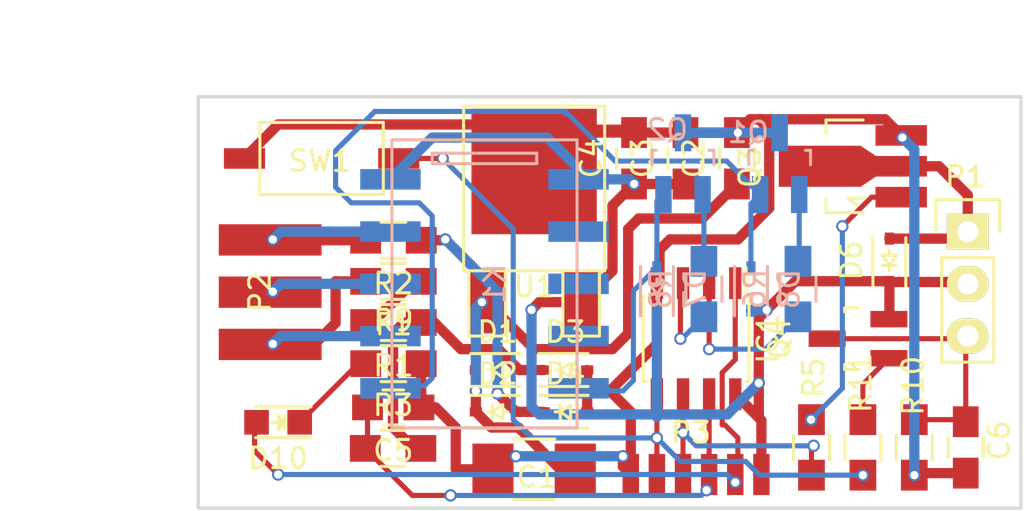
<source format=kicad_pcb>
(kicad_pcb (version 4) (host pcbnew 4.0.4+e1-6308~48~ubuntu16.04.1-stable)

  (general
    (links 70)
    (no_connects 0)
    (area 90.150001 111.8 142.447334 136.271)
    (thickness 1.6)
    (drawings 6)
    (tracks 292)
    (zones 0)
    (modules 35)
    (nets 25)
  )

  (page A4)
  (layers
    (0 F.Cu signal)
    (31 B.Cu signal)
    (32 B.Adhes user)
    (33 F.Adhes user)
    (34 B.Paste user)
    (35 F.Paste user)
    (36 B.SilkS user)
    (37 F.SilkS user)
    (38 B.Mask user hide)
    (39 F.Mask user hide)
    (40 Dwgs.User user)
    (41 Cmts.User user hide)
    (42 Eco1.User user hide)
    (43 Eco2.User user hide)
    (44 Edge.Cuts user)
    (45 Margin user hide)
    (46 B.CrtYd user)
    (47 F.CrtYd user)
    (48 B.Fab user hide)
    (49 F.Fab user hide)
  )

  (setup
    (last_trace_width 0.25)
    (trace_clearance 0.2)
    (zone_clearance 0.508)
    (zone_45_only no)
    (trace_min 0.2)
    (segment_width 0.2)
    (edge_width 0.15)
    (via_size 0.6)
    (via_drill 0.4)
    (via_min_size 0.4)
    (via_min_drill 0.3)
    (uvia_size 0.3)
    (uvia_drill 0.1)
    (uvias_allowed no)
    (uvia_min_size 0.2)
    (uvia_min_drill 0.1)
    (pcb_text_width 0.3)
    (pcb_text_size 1.5 1.5)
    (mod_edge_width 0.15)
    (mod_text_size 1 1)
    (mod_text_width 0.15)
    (pad_size 1.524 1.524)
    (pad_drill 0.762)
    (pad_to_mask_clearance 0.2)
    (aux_axis_origin 0 0)
    (visible_elements FFFEFFFF)
    (pcbplotparams
      (layerselection 0x00030_80000001)
      (usegerberextensions false)
      (excludeedgelayer true)
      (linewidth 0.100000)
      (plotframeref false)
      (viasonmask false)
      (mode 1)
      (useauxorigin false)
      (hpglpennumber 1)
      (hpglpenspeed 20)
      (hpglpendiameter 15)
      (hpglpenoverlay 2)
      (psnegative false)
      (psa4output false)
      (plotreference true)
      (plotvalue true)
      (plotinvisibletext false)
      (padsonsilk false)
      (subtractmaskfromsilk false)
      (outputformat 1)
      (mirror false)
      (drillshape 1)
      (scaleselection 1)
      (outputdirectory ""))
  )

  (net 0 "")
  (net 1 "Net-(D1-Pad2)")
  (net 2 "Net-(D2-Pad2)")
  (net 3 GND)
  (net 4 +5V)
  (net 5 /COMMAND)
  (net 6 /SERVO)
  (net 7 "Net-(D6-Pad2)")
  (net 8 /ENABLE)
  (net 9 "Net-(Q1-Pad1)")
  (net 10 /RAIL_A)
  (net 11 /FROG)
  (net 12 /RAIL_B)
  (net 13 "Net-(Q4-Pad1)")
  (net 14 "Net-(F1-Pad1)")
  (net 15 "Net-(C1-Pad1)")
  (net 16 "Net-(C6-Pad1)")
  (net 17 "Net-(D7-Pad2)")
  (net 18 "Net-(D8-Pad2)")
  (net 19 "Net-(D10-Pad1)")
  (net 20 /RELAY_C1)
  (net 21 /RELAY_C2)
  (net 22 "Net-(Q2-Pad1)")
  (net 23 "Net-(Q3-Pad1)")
  (net 24 /RESET)

  (net_class Default "This is the default net class."
    (clearance 0.2)
    (trace_width 0.25)
    (via_dia 0.6)
    (via_drill 0.4)
    (uvia_dia 0.3)
    (uvia_drill 0.1)
    (add_net /COMMAND)
    (add_net /ENABLE)
    (add_net /RELAY_C1)
    (add_net /RELAY_C2)
    (add_net /RESET)
    (add_net /SERVO)
    (add_net "Net-(C6-Pad1)")
    (add_net "Net-(D10-Pad1)")
    (add_net "Net-(D7-Pad2)")
    (add_net "Net-(D8-Pad2)")
    (add_net "Net-(Q1-Pad1)")
    (add_net "Net-(Q2-Pad1)")
    (add_net "Net-(Q3-Pad1)")
    (add_net "Net-(Q4-Pad1)")
  )

  (net_class power ""
    (clearance 0.2)
    (trace_width 0.5)
    (via_dia 0.6)
    (via_drill 0.4)
    (uvia_dia 0.3)
    (uvia_drill 0.1)
    (add_net +5V)
    (add_net /FROG)
    (add_net /RAIL_A)
    (add_net /RAIL_B)
    (add_net GND)
    (add_net "Net-(C1-Pad1)")
    (add_net "Net-(D1-Pad2)")
    (add_net "Net-(D2-Pad2)")
    (add_net "Net-(D6-Pad2)")
    (add_net "Net-(F1-Pad1)")
  )

  (module Capacitors_SMD:C_0805_HandSoldering (layer F.Cu) (tedit 541A9B8D) (tstamp 562BAFD5)
    (at 126.191 118.991 90)
    (descr "Capacitor SMD 0805, hand soldering")
    (tags "capacitor 0805")
    (path /562BB05D)
    (attr smd)
    (fp_text reference C2 (at 0 -2.1 90) (layer F.SilkS)
      (effects (font (size 1 1) (thickness 0.15)))
    )
    (fp_text value 100n (at 0 2.1 90) (layer F.Fab)
      (effects (font (size 1 1) (thickness 0.15)))
    )
    (fp_line (start -2.3 -1) (end 2.3 -1) (layer F.CrtYd) (width 0.05))
    (fp_line (start -2.3 1) (end 2.3 1) (layer F.CrtYd) (width 0.05))
    (fp_line (start -2.3 -1) (end -2.3 1) (layer F.CrtYd) (width 0.05))
    (fp_line (start 2.3 -1) (end 2.3 1) (layer F.CrtYd) (width 0.05))
    (fp_line (start 0.5 -0.85) (end -0.5 -0.85) (layer F.SilkS) (width 0.15))
    (fp_line (start -0.5 0.85) (end 0.5 0.85) (layer F.SilkS) (width 0.15))
    (pad 1 smd rect (at -1.25 0 90) (size 1.5 1.25) (layers F.Cu F.Paste F.Mask)
      (net 15 "Net-(C1-Pad1)"))
    (pad 2 smd rect (at 1.25 0 90) (size 1.5 1.25) (layers F.Cu F.Paste F.Mask)
      (net 3 GND))
    (model Capacitors_SMD.3dshapes/C_0805_HandSoldering.wrl
      (at (xyz 0 0 0))
      (scale (xyz 1 1 1))
      (rotate (xyz 0 0 0))
    )
  )

  (module Capacitors_SMD:C_0805_HandSoldering (layer F.Cu) (tedit 541A9B8D) (tstamp 562BAFDB)
    (at 123.691 118.991 90)
    (descr "Capacitor SMD 0805, hand soldering")
    (tags "capacitor 0805")
    (path /562BB0B2)
    (attr smd)
    (fp_text reference C3 (at 0 -2.1 90) (layer F.SilkS)
      (effects (font (size 1 1) (thickness 0.15)))
    )
    (fp_text value 330n (at 0 2.1 90) (layer F.Fab)
      (effects (font (size 1 1) (thickness 0.15)))
    )
    (fp_line (start -2.3 -1) (end 2.3 -1) (layer F.CrtYd) (width 0.05))
    (fp_line (start -2.3 1) (end 2.3 1) (layer F.CrtYd) (width 0.05))
    (fp_line (start -2.3 -1) (end -2.3 1) (layer F.CrtYd) (width 0.05))
    (fp_line (start 2.3 -1) (end 2.3 1) (layer F.CrtYd) (width 0.05))
    (fp_line (start 0.5 -0.85) (end -0.5 -0.85) (layer F.SilkS) (width 0.15))
    (fp_line (start -0.5 0.85) (end 0.5 0.85) (layer F.SilkS) (width 0.15))
    (pad 1 smd rect (at -1.25 0 90) (size 1.5 1.25) (layers F.Cu F.Paste F.Mask)
      (net 4 +5V))
    (pad 2 smd rect (at 1.25 0 90) (size 1.5 1.25) (layers F.Cu F.Paste F.Mask)
      (net 3 GND))
    (model Capacitors_SMD.3dshapes/C_0805_HandSoldering.wrl
      (at (xyz 0 0 0))
      (scale (xyz 1 1 1))
      (rotate (xyz 0 0 0))
    )
  )

  (module Housings_SOIC:SOIC-8_3.9x4.9mm_Pitch1.27mm (layer F.Cu) (tedit 54130A77) (tstamp 562BAFEF)
    (at 124.206 127.762 270)
    (descr "8-Lead Plastic Small Outline (SN) - Narrow, 3.90 mm Body [SOIC] (see Microchip Packaging Specification 00000049BS.pdf)")
    (tags "SOIC 1.27")
    (path /562BADE7)
    (attr smd)
    (fp_text reference IC1 (at 0 -3.5 270) (layer F.SilkS)
      (effects (font (size 1 1) (thickness 0.15)))
    )
    (fp_text value ATTINY45-S (at 0 3.5 270) (layer F.Fab)
      (effects (font (size 1 1) (thickness 0.15)))
    )
    (fp_line (start -3.75 -2.75) (end -3.75 2.75) (layer F.CrtYd) (width 0.05))
    (fp_line (start 3.75 -2.75) (end 3.75 2.75) (layer F.CrtYd) (width 0.05))
    (fp_line (start -3.75 -2.75) (end 3.75 -2.75) (layer F.CrtYd) (width 0.05))
    (fp_line (start -3.75 2.75) (end 3.75 2.75) (layer F.CrtYd) (width 0.05))
    (fp_line (start -2.075 -2.575) (end -2.075 -2.43) (layer F.SilkS) (width 0.15))
    (fp_line (start 2.075 -2.575) (end 2.075 -2.43) (layer F.SilkS) (width 0.15))
    (fp_line (start 2.075 2.575) (end 2.075 2.43) (layer F.SilkS) (width 0.15))
    (fp_line (start -2.075 2.575) (end -2.075 2.43) (layer F.SilkS) (width 0.15))
    (fp_line (start -2.075 -2.575) (end 2.075 -2.575) (layer F.SilkS) (width 0.15))
    (fp_line (start -2.075 2.575) (end 2.075 2.575) (layer F.SilkS) (width 0.15))
    (fp_line (start -2.075 -2.43) (end -3.475 -2.43) (layer F.SilkS) (width 0.15))
    (pad 1 smd rect (at -2.7 -1.905 270) (size 1.55 0.6) (layers F.Cu F.Paste F.Mask)
      (net 24 /RESET))
    (pad 2 smd rect (at -2.7 -0.635 270) (size 1.55 0.6) (layers F.Cu F.Paste F.Mask)
      (net 20 /RELAY_C1))
    (pad 3 smd rect (at -2.7 0.635 270) (size 1.55 0.6) (layers F.Cu F.Paste F.Mask)
      (net 21 /RELAY_C2))
    (pad 4 smd rect (at -2.7 1.905 270) (size 1.55 0.6) (layers F.Cu F.Paste F.Mask)
      (net 3 GND))
    (pad 5 smd rect (at 2.7 1.905 270) (size 1.55 0.6) (layers F.Cu F.Paste F.Mask)
      (net 6 /SERVO))
    (pad 6 smd rect (at 2.7 0.635 270) (size 1.55 0.6) (layers F.Cu F.Paste F.Mask)
      (net 8 /ENABLE))
    (pad 7 smd rect (at 2.7 -0.635 270) (size 1.55 0.6) (layers F.Cu F.Paste F.Mask)
      (net 5 /COMMAND))
    (pad 8 smd rect (at 2.7 -1.905 270) (size 1.55 0.6) (layers F.Cu F.Paste F.Mask)
      (net 4 +5V))
    (model Housings_SOIC.3dshapes/SOIC-8_3.9x4.9mm_Pitch1.27mm.wrl
      (at (xyz 0 0 0))
      (scale (xyz 1 1 1))
      (rotate (xyz 0 0 0))
    )
  )

  (module TO_SOT_Packages_SMD:TO-252-2Lead (layer F.Cu) (tedit 58124EC2) (tstamp 562BAFFD)
    (at 116.332 125.984)
    (descr "DPAK / TO-252 2-lead smd package")
    (tags "dpak TO-252")
    (path /562BAEB4)
    (attr smd)
    (fp_text reference U1 (at 0 -0.762) (layer F.SilkS)
      (effects (font (size 1 1) (thickness 0.15)))
    )
    (fp_text value MC78M05CDT (at 0 -2.413) (layer F.Fab)
      (effects (font (size 1 1) (thickness 0.15)))
    )
    (fp_line (start 1.397 -1.524) (end 1.397 1.651) (layer F.SilkS) (width 0.15))
    (fp_line (start 1.397 1.651) (end 3.175 1.651) (layer F.SilkS) (width 0.15))
    (fp_line (start 3.175 1.651) (end 3.175 -1.524) (layer F.SilkS) (width 0.15))
    (fp_line (start -3.175 -1.524) (end -3.175 1.651) (layer F.SilkS) (width 0.15))
    (fp_line (start -3.175 1.651) (end -1.397 1.651) (layer F.SilkS) (width 0.15))
    (fp_line (start -1.397 1.651) (end -1.397 -1.524) (layer F.SilkS) (width 0.15))
    (fp_line (start 3.429 -7.62) (end 3.429 -1.524) (layer F.SilkS) (width 0.15))
    (fp_line (start 3.429 -1.524) (end -3.429 -1.524) (layer F.SilkS) (width 0.15))
    (fp_line (start -3.429 -1.524) (end -3.429 -9.398) (layer F.SilkS) (width 0.15))
    (fp_line (start -3.429 -9.525) (end 3.429 -9.525) (layer F.SilkS) (width 0.15))
    (fp_line (start 3.429 -9.398) (end 3.429 -7.62) (layer F.SilkS) (width 0.15))
    (pad 1 smd rect (at -2.286 0) (size 1.651 3.048) (layers F.Cu F.Paste F.Mask)
      (net 15 "Net-(C1-Pad1)"))
    (pad 2 smd rect (at 0 -6.35) (size 6.096 6.096) (layers F.Cu F.Paste F.Mask)
      (net 3 GND))
    (pad 3 smd rect (at 2.286 0) (size 1.651 3.048) (layers F.Cu F.Paste F.Mask)
      (net 4 +5V))
    (model TO_SOT_Packages_SMD.3dshapes/TO-252-2Lead.wrl
      (at (xyz 0 0 0))
      (scale (xyz 1 1 1))
      (rotate (xyz 0 0 0))
    )
  )

  (module Capacitors_SMD:C_1210_HandSoldering (layer F.Cu) (tedit 58124EC7) (tstamp 562BB970)
    (at 116.332 134.112 180)
    (descr "Capacitor SMD 1210, hand soldering")
    (tags "capacitor 1210")
    (path /562BB103)
    (attr smd)
    (fp_text reference C1 (at -0.127 -0.381 180) (layer F.SilkS)
      (effects (font (size 1 1) (thickness 0.15)))
    )
    (fp_text value 22uF (at 0 2.7 180) (layer F.Fab)
      (effects (font (size 1 1) (thickness 0.15)))
    )
    (fp_line (start -3.3 -1.6) (end 3.3 -1.6) (layer F.CrtYd) (width 0.05))
    (fp_line (start -3.3 1.6) (end 3.3 1.6) (layer F.CrtYd) (width 0.05))
    (fp_line (start -3.3 -1.6) (end -3.3 1.6) (layer F.CrtYd) (width 0.05))
    (fp_line (start 3.3 -1.6) (end 3.3 1.6) (layer F.CrtYd) (width 0.05))
    (fp_line (start 1 -1.475) (end -1 -1.475) (layer F.SilkS) (width 0.15))
    (fp_line (start -1 1.475) (end 1 1.475) (layer F.SilkS) (width 0.15))
    (pad 1 smd rect (at -2 0 180) (size 2 2.5) (layers F.Cu F.Paste F.Mask)
      (net 15 "Net-(C1-Pad1)"))
    (pad 2 smd rect (at 2 0 180) (size 2 2.5) (layers F.Cu F.Paste F.Mask)
      (net 3 GND))
    (model Capacitors_SMD.3dshapes/C_1210_HandSoldering.wrl
      (at (xyz 0 0 0))
      (scale (xyz 1 1 1))
      (rotate (xyz 0 0 0))
    )
  )

  (module Pin_Headers:Pin_Header_Straight_1x03 (layer F.Cu) (tedit 58124E6C) (tstamp 562BB97F)
    (at 137.414 122.555)
    (descr "Through hole pin header")
    (tags "pin header")
    (path /562BB014)
    (fp_text reference P1 (at -0.127 -2.667) (layer F.SilkS)
      (effects (font (size 1 1) (thickness 0.15)))
    )
    (fp_text value CONN_01X03 (at 0 -3.1) (layer F.Fab)
      (effects (font (size 1 1) (thickness 0.15)))
    )
    (fp_line (start -1.75 -1.75) (end -1.75 6.85) (layer F.CrtYd) (width 0.05))
    (fp_line (start 1.75 -1.75) (end 1.75 6.85) (layer F.CrtYd) (width 0.05))
    (fp_line (start -1.75 -1.75) (end 1.75 -1.75) (layer F.CrtYd) (width 0.05))
    (fp_line (start -1.75 6.85) (end 1.75 6.85) (layer F.CrtYd) (width 0.05))
    (fp_line (start -1.27 1.27) (end -1.27 6.35) (layer F.SilkS) (width 0.15))
    (fp_line (start -1.27 6.35) (end 1.27 6.35) (layer F.SilkS) (width 0.15))
    (fp_line (start 1.27 6.35) (end 1.27 1.27) (layer F.SilkS) (width 0.15))
    (fp_line (start 1.55 -1.55) (end 1.55 0) (layer F.SilkS) (width 0.15))
    (fp_line (start 1.27 1.27) (end -1.27 1.27) (layer F.SilkS) (width 0.15))
    (fp_line (start -1.55 0) (end -1.55 -1.55) (layer F.SilkS) (width 0.15))
    (fp_line (start -1.55 -1.55) (end 1.55 -1.55) (layer F.SilkS) (width 0.15))
    (pad 1 thru_hole rect (at 0 0) (size 2.032 1.7272) (drill 1.016) (layers *.Cu *.Mask F.SilkS)
      (net 7 "Net-(D6-Pad2)"))
    (pad 2 thru_hole oval (at 0 2.54) (size 2.032 1.7272) (drill 1.016) (layers *.Cu *.Mask F.SilkS)
      (net 4 +5V))
    (pad 3 thru_hole oval (at 0 5.08) (size 2.032 1.7272) (drill 1.016) (layers *.Cu *.Mask F.SilkS)
      (net 16 "Net-(C6-Pad1)"))
    (model Pin_Headers.3dshapes/Pin_Header_Straight_1x03.wrl
      (at (xyz 0 -0.1 0))
      (scale (xyz 1 1 1))
      (rotate (xyz 0 0 90))
    )
  )

  (module Diodes_SMD:SOD-323 (layer F.Cu) (tedit 5530FC5E) (tstamp 562BBE17)
    (at 114.554 129.286)
    (descr SOD-323)
    (tags SOD-323)
    (path /562BBBED)
    (attr smd)
    (fp_text reference D1 (at 0 -1.85) (layer F.SilkS)
      (effects (font (size 1 1) (thickness 0.15)))
    )
    (fp_text value D_Schottky (at 0.1 1.9) (layer F.Fab)
      (effects (font (size 1 1) (thickness 0.15)))
    )
    (fp_line (start 0.25 0) (end 0.5 0) (layer F.SilkS) (width 0.15))
    (fp_line (start -0.25 0) (end -0.5 0) (layer F.SilkS) (width 0.15))
    (fp_line (start -0.25 0) (end 0.25 -0.35) (layer F.SilkS) (width 0.15))
    (fp_line (start 0.25 -0.35) (end 0.25 0.35) (layer F.SilkS) (width 0.15))
    (fp_line (start 0.25 0.35) (end -0.25 0) (layer F.SilkS) (width 0.15))
    (fp_line (start -0.25 -0.35) (end -0.25 0.35) (layer F.SilkS) (width 0.15))
    (fp_line (start -1.5 -0.95) (end 1.5 -0.95) (layer F.CrtYd) (width 0.05))
    (fp_line (start 1.5 -0.95) (end 1.5 0.95) (layer F.CrtYd) (width 0.05))
    (fp_line (start -1.5 0.95) (end 1.5 0.95) (layer F.CrtYd) (width 0.05))
    (fp_line (start -1.5 -0.95) (end -1.5 0.95) (layer F.CrtYd) (width 0.05))
    (fp_line (start -1.3 0.8) (end 1.1 0.8) (layer F.SilkS) (width 0.15))
    (fp_line (start -1.3 -0.8) (end 1.1 -0.8) (layer F.SilkS) (width 0.15))
    (pad 1 smd rect (at -1.055 0) (size 0.59 0.45) (layers F.Cu F.Paste F.Mask)
      (net 15 "Net-(C1-Pad1)"))
    (pad 2 smd rect (at 1.055 0) (size 0.59 0.45) (layers F.Cu F.Paste F.Mask)
      (net 1 "Net-(D1-Pad2)"))
  )

  (module Diodes_SMD:SOD-323 (layer F.Cu) (tedit 5530FC5E) (tstamp 562BBE1D)
    (at 114.554 131.318)
    (descr SOD-323)
    (tags SOD-323)
    (path /562BBC53)
    (attr smd)
    (fp_text reference D2 (at 0 -1.85) (layer F.SilkS)
      (effects (font (size 1 1) (thickness 0.15)))
    )
    (fp_text value D_Schottky (at 0.1 1.9) (layer F.Fab)
      (effects (font (size 1 1) (thickness 0.15)))
    )
    (fp_line (start 0.25 0) (end 0.5 0) (layer F.SilkS) (width 0.15))
    (fp_line (start -0.25 0) (end -0.5 0) (layer F.SilkS) (width 0.15))
    (fp_line (start -0.25 0) (end 0.25 -0.35) (layer F.SilkS) (width 0.15))
    (fp_line (start 0.25 -0.35) (end 0.25 0.35) (layer F.SilkS) (width 0.15))
    (fp_line (start 0.25 0.35) (end -0.25 0) (layer F.SilkS) (width 0.15))
    (fp_line (start -0.25 -0.35) (end -0.25 0.35) (layer F.SilkS) (width 0.15))
    (fp_line (start -1.5 -0.95) (end 1.5 -0.95) (layer F.CrtYd) (width 0.05))
    (fp_line (start 1.5 -0.95) (end 1.5 0.95) (layer F.CrtYd) (width 0.05))
    (fp_line (start -1.5 0.95) (end 1.5 0.95) (layer F.CrtYd) (width 0.05))
    (fp_line (start -1.5 -0.95) (end -1.5 0.95) (layer F.CrtYd) (width 0.05))
    (fp_line (start -1.3 0.8) (end 1.1 0.8) (layer F.SilkS) (width 0.15))
    (fp_line (start -1.3 -0.8) (end 1.1 -0.8) (layer F.SilkS) (width 0.15))
    (pad 1 smd rect (at -1.055 0) (size 0.59 0.45) (layers F.Cu F.Paste F.Mask)
      (net 15 "Net-(C1-Pad1)"))
    (pad 2 smd rect (at 1.055 0) (size 0.59 0.45) (layers F.Cu F.Paste F.Mask)
      (net 2 "Net-(D2-Pad2)"))
  )

  (module Diodes_SMD:SOD-323 (layer F.Cu) (tedit 5530FC5E) (tstamp 562BBE23)
    (at 117.856 129.286)
    (descr SOD-323)
    (tags SOD-323)
    (path /562BBC7F)
    (attr smd)
    (fp_text reference D3 (at 0 -1.85) (layer F.SilkS)
      (effects (font (size 1 1) (thickness 0.15)))
    )
    (fp_text value D_Schottky (at 0.1 1.9) (layer F.Fab)
      (effects (font (size 1 1) (thickness 0.15)))
    )
    (fp_line (start 0.25 0) (end 0.5 0) (layer F.SilkS) (width 0.15))
    (fp_line (start -0.25 0) (end -0.5 0) (layer F.SilkS) (width 0.15))
    (fp_line (start -0.25 0) (end 0.25 -0.35) (layer F.SilkS) (width 0.15))
    (fp_line (start 0.25 -0.35) (end 0.25 0.35) (layer F.SilkS) (width 0.15))
    (fp_line (start 0.25 0.35) (end -0.25 0) (layer F.SilkS) (width 0.15))
    (fp_line (start -0.25 -0.35) (end -0.25 0.35) (layer F.SilkS) (width 0.15))
    (fp_line (start -1.5 -0.95) (end 1.5 -0.95) (layer F.CrtYd) (width 0.05))
    (fp_line (start 1.5 -0.95) (end 1.5 0.95) (layer F.CrtYd) (width 0.05))
    (fp_line (start -1.5 0.95) (end 1.5 0.95) (layer F.CrtYd) (width 0.05))
    (fp_line (start -1.5 -0.95) (end -1.5 0.95) (layer F.CrtYd) (width 0.05))
    (fp_line (start -1.3 0.8) (end 1.1 0.8) (layer F.SilkS) (width 0.15))
    (fp_line (start -1.3 -0.8) (end 1.1 -0.8) (layer F.SilkS) (width 0.15))
    (pad 1 smd rect (at -1.055 0) (size 0.59 0.45) (layers F.Cu F.Paste F.Mask)
      (net 1 "Net-(D1-Pad2)"))
    (pad 2 smd rect (at 1.055 0) (size 0.59 0.45) (layers F.Cu F.Paste F.Mask)
      (net 3 GND))
  )

  (module Diodes_SMD:SOD-323 (layer F.Cu) (tedit 5530FC5E) (tstamp 562BBE29)
    (at 117.856 131.318)
    (descr SOD-323)
    (tags SOD-323)
    (path /562BBCF9)
    (attr smd)
    (fp_text reference D4 (at 0 -1.85) (layer F.SilkS)
      (effects (font (size 1 1) (thickness 0.15)))
    )
    (fp_text value D_Schottky (at 0.1 1.9) (layer F.Fab)
      (effects (font (size 1 1) (thickness 0.15)))
    )
    (fp_line (start 0.25 0) (end 0.5 0) (layer F.SilkS) (width 0.15))
    (fp_line (start -0.25 0) (end -0.5 0) (layer F.SilkS) (width 0.15))
    (fp_line (start -0.25 0) (end 0.25 -0.35) (layer F.SilkS) (width 0.15))
    (fp_line (start 0.25 -0.35) (end 0.25 0.35) (layer F.SilkS) (width 0.15))
    (fp_line (start 0.25 0.35) (end -0.25 0) (layer F.SilkS) (width 0.15))
    (fp_line (start -0.25 -0.35) (end -0.25 0.35) (layer F.SilkS) (width 0.15))
    (fp_line (start -1.5 -0.95) (end 1.5 -0.95) (layer F.CrtYd) (width 0.05))
    (fp_line (start 1.5 -0.95) (end 1.5 0.95) (layer F.CrtYd) (width 0.05))
    (fp_line (start -1.5 0.95) (end 1.5 0.95) (layer F.CrtYd) (width 0.05))
    (fp_line (start -1.5 -0.95) (end -1.5 0.95) (layer F.CrtYd) (width 0.05))
    (fp_line (start -1.3 0.8) (end 1.1 0.8) (layer F.SilkS) (width 0.15))
    (fp_line (start -1.3 -0.8) (end 1.1 -0.8) (layer F.SilkS) (width 0.15))
    (pad 1 smd rect (at -1.055 0) (size 0.59 0.45) (layers F.Cu F.Paste F.Mask)
      (net 2 "Net-(D2-Pad2)"))
    (pad 2 smd rect (at 1.055 0) (size 0.59 0.45) (layers F.Cu F.Paste F.Mask)
      (net 3 GND))
  )

  (module Resistors_SMD:R_0805_HandSoldering (layer F.Cu) (tedit 54189DEE) (tstamp 562BCF74)
    (at 109.492 126.976 180)
    (descr "Resistor SMD 0805, hand soldering")
    (tags "resistor 0805")
    (path /562BCB11)
    (attr smd)
    (fp_text reference R1 (at 0 -2.1 180) (layer F.SilkS)
      (effects (font (size 1 1) (thickness 0.15)))
    )
    (fp_text value 4R7 (at 0 2.1 180) (layer F.Fab)
      (effects (font (size 1 1) (thickness 0.15)))
    )
    (fp_line (start -2.4 -1) (end 2.4 -1) (layer F.CrtYd) (width 0.05))
    (fp_line (start -2.4 1) (end 2.4 1) (layer F.CrtYd) (width 0.05))
    (fp_line (start -2.4 -1) (end -2.4 1) (layer F.CrtYd) (width 0.05))
    (fp_line (start 2.4 -1) (end 2.4 1) (layer F.CrtYd) (width 0.05))
    (fp_line (start 0.6 0.875) (end -0.6 0.875) (layer F.SilkS) (width 0.15))
    (fp_line (start -0.6 -0.875) (end 0.6 -0.875) (layer F.SilkS) (width 0.15))
    (pad 1 smd rect (at -1.35 0 180) (size 1.5 1.3) (layers F.Cu F.Paste F.Mask)
      (net 1 "Net-(D1-Pad2)"))
    (pad 2 smd rect (at 1.35 0 180) (size 1.5 1.3) (layers F.Cu F.Paste F.Mask)
      (net 14 "Net-(F1-Pad1)"))
    (model Resistors_SMD.3dshapes/R_0805_HandSoldering.wrl
      (at (xyz 0 0 0))
      (scale (xyz 1 1 1))
      (rotate (xyz 0 0 0))
    )
  )

  (module Resistors_SMD:R_0805_HandSoldering (layer F.Cu) (tedit 54189DEE) (tstamp 562BCF7A)
    (at 109.492 122.976 180)
    (descr "Resistor SMD 0805, hand soldering")
    (tags "resistor 0805")
    (path /562BCBB8)
    (attr smd)
    (fp_text reference R2 (at 0 -2.1 180) (layer F.SilkS)
      (effects (font (size 1 1) (thickness 0.15)))
    )
    (fp_text value 4R7 (at 0 2.1 180) (layer F.Fab)
      (effects (font (size 1 1) (thickness 0.15)))
    )
    (fp_line (start -2.4 -1) (end 2.4 -1) (layer F.CrtYd) (width 0.05))
    (fp_line (start -2.4 1) (end 2.4 1) (layer F.CrtYd) (width 0.05))
    (fp_line (start -2.4 -1) (end -2.4 1) (layer F.CrtYd) (width 0.05))
    (fp_line (start 2.4 -1) (end 2.4 1) (layer F.CrtYd) (width 0.05))
    (fp_line (start 0.6 0.875) (end -0.6 0.875) (layer F.SilkS) (width 0.15))
    (fp_line (start -0.6 -0.875) (end 0.6 -0.875) (layer F.SilkS) (width 0.15))
    (pad 1 smd rect (at -1.35 0 180) (size 1.5 1.3) (layers F.Cu F.Paste F.Mask)
      (net 2 "Net-(D2-Pad2)"))
    (pad 2 smd rect (at 1.35 0 180) (size 1.5 1.3) (layers F.Cu F.Paste F.Mask)
      (net 12 /RAIL_B))
    (model Resistors_SMD.3dshapes/R_0805_HandSoldering.wrl
      (at (xyz 0 0 0))
      (scale (xyz 1 1 1))
      (rotate (xyz 0 0 0))
    )
  )

  (module Capacitors_SMD:C_0805_HandSoldering (layer F.Cu) (tedit 541A9B8D) (tstamp 56506F24)
    (at 121.191 118.991 90)
    (descr "Capacitor SMD 0805, hand soldering")
    (tags "capacitor 0805")
    (path /562BD85A)
    (attr smd)
    (fp_text reference C4 (at 0 -2.1 90) (layer F.SilkS)
      (effects (font (size 1 1) (thickness 0.15)))
    )
    (fp_text value 100n (at 0 2.1 90) (layer F.Fab)
      (effects (font (size 1 1) (thickness 0.15)))
    )
    (fp_line (start -2.3 -1) (end 2.3 -1) (layer F.CrtYd) (width 0.05))
    (fp_line (start -2.3 1) (end 2.3 1) (layer F.CrtYd) (width 0.05))
    (fp_line (start -2.3 -1) (end -2.3 1) (layer F.CrtYd) (width 0.05))
    (fp_line (start 2.3 -1) (end 2.3 1) (layer F.CrtYd) (width 0.05))
    (fp_line (start 0.5 -0.85) (end -0.5 -0.85) (layer F.SilkS) (width 0.15))
    (fp_line (start -0.5 0.85) (end 0.5 0.85) (layer F.SilkS) (width 0.15))
    (pad 1 smd rect (at -1.25 0 90) (size 1.5 1.25) (layers F.Cu F.Paste F.Mask)
      (net 4 +5V))
    (pad 2 smd rect (at 1.25 0 90) (size 1.5 1.25) (layers F.Cu F.Paste F.Mask)
      (net 3 GND))
    (model Capacitors_SMD.3dshapes/C_0805_HandSoldering.wrl
      (at (xyz 0 0 0))
      (scale (xyz 1 1 1))
      (rotate (xyz 0 0 0))
    )
  )

  (module Capacitors_SMD:C_0805_HandSoldering (layer F.Cu) (tedit 541A9B8D) (tstamp 56506F2A)
    (at 109.482 131.104 180)
    (descr "Capacitor SMD 0805, hand soldering")
    (tags "capacitor 0805")
    (path /562BD5DB)
    (attr smd)
    (fp_text reference C5 (at 0 -2.1 180) (layer F.SilkS)
      (effects (font (size 1 1) (thickness 0.15)))
    )
    (fp_text value 47p (at 0 2.1 180) (layer F.Fab)
      (effects (font (size 1 1) (thickness 0.15)))
    )
    (fp_line (start -2.3 -1) (end 2.3 -1) (layer F.CrtYd) (width 0.05))
    (fp_line (start -2.3 1) (end 2.3 1) (layer F.CrtYd) (width 0.05))
    (fp_line (start -2.3 -1) (end -2.3 1) (layer F.CrtYd) (width 0.05))
    (fp_line (start 2.3 -1) (end 2.3 1) (layer F.CrtYd) (width 0.05))
    (fp_line (start 0.5 -0.85) (end -0.5 -0.85) (layer F.SilkS) (width 0.15))
    (fp_line (start -0.5 0.85) (end 0.5 0.85) (layer F.SilkS) (width 0.15))
    (pad 1 smd rect (at -1.25 0 180) (size 1.5 1.25) (layers F.Cu F.Paste F.Mask)
      (net 3 GND))
    (pad 2 smd rect (at 1.25 0 180) (size 1.5 1.25) (layers F.Cu F.Paste F.Mask)
      (net 5 /COMMAND))
    (model Capacitors_SMD.3dshapes/C_0805_HandSoldering.wrl
      (at (xyz 0 0 0))
      (scale (xyz 1 1 1))
      (rotate (xyz 0 0 0))
    )
  )

  (module Diodes_SMD:SOD-323 (layer F.Cu) (tedit 5530FC5E) (tstamp 56506F3C)
    (at 133.604 123.952 90)
    (descr SOD-323)
    (tags SOD-323)
    (path /562BF744)
    (attr smd)
    (fp_text reference D6 (at 0 -1.85 90) (layer F.SilkS)
      (effects (font (size 1 1) (thickness 0.15)))
    )
    (fp_text value D_Schottky (at 0.1 1.9 90) (layer F.Fab)
      (effects (font (size 1 1) (thickness 0.15)))
    )
    (fp_line (start 0.25 0) (end 0.5 0) (layer F.SilkS) (width 0.15))
    (fp_line (start -0.25 0) (end -0.5 0) (layer F.SilkS) (width 0.15))
    (fp_line (start -0.25 0) (end 0.25 -0.35) (layer F.SilkS) (width 0.15))
    (fp_line (start 0.25 -0.35) (end 0.25 0.35) (layer F.SilkS) (width 0.15))
    (fp_line (start 0.25 0.35) (end -0.25 0) (layer F.SilkS) (width 0.15))
    (fp_line (start -0.25 -0.35) (end -0.25 0.35) (layer F.SilkS) (width 0.15))
    (fp_line (start -1.5 -0.95) (end 1.5 -0.95) (layer F.CrtYd) (width 0.05))
    (fp_line (start 1.5 -0.95) (end 1.5 0.95) (layer F.CrtYd) (width 0.05))
    (fp_line (start -1.5 0.95) (end 1.5 0.95) (layer F.CrtYd) (width 0.05))
    (fp_line (start -1.5 -0.95) (end -1.5 0.95) (layer F.CrtYd) (width 0.05))
    (fp_line (start -1.3 0.8) (end 1.1 0.8) (layer F.SilkS) (width 0.15))
    (fp_line (start -1.3 -0.8) (end 1.1 -0.8) (layer F.SilkS) (width 0.15))
    (pad 1 smd rect (at -1.055 0 90) (size 0.59 0.45) (layers F.Cu F.Paste F.Mask)
      (net 4 +5V))
    (pad 2 smd rect (at 1.055 0 90) (size 0.59 0.45) (layers F.Cu F.Paste F.Mask)
      (net 7 "Net-(D6-Pad2)"))
  )

  (module Diodes_SMD:SOD-323 (layer B.Cu) (tedit 5530FC5E) (tstamp 56506F42)
    (at 122.301 125.349 90)
    (descr SOD-323)
    (tags SOD-323)
    (path /5644FEDD)
    (attr smd)
    (fp_text reference D7 (at 0 1.85 90) (layer B.SilkS)
      (effects (font (size 1 1) (thickness 0.15)) (justify mirror))
    )
    (fp_text value D (at 0.1 -1.9 90) (layer B.Fab)
      (effects (font (size 1 1) (thickness 0.15)) (justify mirror))
    )
    (fp_line (start 0.25 0) (end 0.5 0) (layer B.SilkS) (width 0.15))
    (fp_line (start -0.25 0) (end -0.5 0) (layer B.SilkS) (width 0.15))
    (fp_line (start -0.25 0) (end 0.25 0.35) (layer B.SilkS) (width 0.15))
    (fp_line (start 0.25 0.35) (end 0.25 -0.35) (layer B.SilkS) (width 0.15))
    (fp_line (start 0.25 -0.35) (end -0.25 0) (layer B.SilkS) (width 0.15))
    (fp_line (start -0.25 0.35) (end -0.25 -0.35) (layer B.SilkS) (width 0.15))
    (fp_line (start -1.5 0.95) (end 1.5 0.95) (layer B.CrtYd) (width 0.05))
    (fp_line (start 1.5 0.95) (end 1.5 -0.95) (layer B.CrtYd) (width 0.05))
    (fp_line (start -1.5 -0.95) (end 1.5 -0.95) (layer B.CrtYd) (width 0.05))
    (fp_line (start -1.5 0.95) (end -1.5 -0.95) (layer B.CrtYd) (width 0.05))
    (fp_line (start -1.3 -0.8) (end 1.1 -0.8) (layer B.SilkS) (width 0.15))
    (fp_line (start -1.3 0.8) (end 1.1 0.8) (layer B.SilkS) (width 0.15))
    (pad 1 smd rect (at -1.055 0 90) (size 0.59 0.45) (layers B.Cu B.Paste B.Mask)
      (net 4 +5V))
    (pad 2 smd rect (at 1.055 0 90) (size 0.59 0.45) (layers B.Cu B.Paste B.Mask)
      (net 17 "Net-(D7-Pad2)"))
  )

  (module TO_SOT_Packages_SMD:SOT-23_Handsoldering (layer B.Cu) (tedit 58124ECD) (tstamp 56506F5A)
    (at 128.27 119.253 180)
    (descr "SOT-23, Handsoldering")
    (tags SOT-23)
    (path /580D919E)
    (attr smd)
    (fp_text reference Q1 (at 1.524 1.524 180) (layer B.SilkS)
      (effects (font (size 1 1) (thickness 0.15)) (justify mirror))
    )
    (fp_text value 2N2222 (at 0 -3.81 180) (layer B.Fab)
      (effects (font (size 1 1) (thickness 0.15)) (justify mirror))
    )
    (fp_line (start -1.49982 -0.0508) (end -1.49982 0.65024) (layer B.SilkS) (width 0.15))
    (fp_line (start -1.49982 0.65024) (end -1.2509 0.65024) (layer B.SilkS) (width 0.15))
    (fp_line (start 1.29916 0.65024) (end 1.49982 0.65024) (layer B.SilkS) (width 0.15))
    (fp_line (start 1.49982 0.65024) (end 1.49982 -0.0508) (layer B.SilkS) (width 0.15))
    (pad 1 smd rect (at -0.95 -1.50114 180) (size 0.8001 1.80086) (layers B.Cu B.Paste B.Mask)
      (net 9 "Net-(Q1-Pad1)"))
    (pad 2 smd rect (at 0.95 -1.50114 180) (size 0.8001 1.80086) (layers B.Cu B.Paste B.Mask)
      (net 18 "Net-(D8-Pad2)"))
    (pad 3 smd rect (at 0 1.50114 180) (size 0.8001 1.80086) (layers B.Cu B.Paste B.Mask)
      (net 3 GND))
    (model TO_SOT_Packages_SMD.3dshapes/SOT-23_Handsoldering.wrl
      (at (xyz 0 0 0))
      (scale (xyz 1 1 1))
      (rotate (xyz 0 0 0))
    )
  )

  (module TO_SOT_Packages_SMD:SOT-23_Handsoldering (layer F.Cu) (tedit 54E9291B) (tstamp 56506F68)
    (at 132.08 127.762 90)
    (descr "SOT-23, Handsoldering")
    (tags SOT-23)
    (path /580D7CFB)
    (attr smd)
    (fp_text reference Q4 (at 0 -3.81 90) (layer F.SilkS)
      (effects (font (size 1 1) (thickness 0.15)))
    )
    (fp_text value BC807 (at 0 3.81 90) (layer F.Fab)
      (effects (font (size 1 1) (thickness 0.15)))
    )
    (fp_line (start -1.49982 0.0508) (end -1.49982 -0.65024) (layer F.SilkS) (width 0.15))
    (fp_line (start -1.49982 -0.65024) (end -1.2509 -0.65024) (layer F.SilkS) (width 0.15))
    (fp_line (start 1.29916 -0.65024) (end 1.49982 -0.65024) (layer F.SilkS) (width 0.15))
    (fp_line (start 1.49982 -0.65024) (end 1.49982 0.0508) (layer F.SilkS) (width 0.15))
    (pad 1 smd rect (at -0.95 1.50114 90) (size 0.8001 1.80086) (layers F.Cu F.Paste F.Mask)
      (net 13 "Net-(Q4-Pad1)"))
    (pad 2 smd rect (at 0.95 1.50114 90) (size 0.8001 1.80086) (layers F.Cu F.Paste F.Mask)
      (net 4 +5V))
    (pad 3 smd rect (at 0 -1.50114 90) (size 0.8001 1.80086) (layers F.Cu F.Paste F.Mask)
      (net 16 "Net-(C6-Pad1)"))
    (model TO_SOT_Packages_SMD.3dshapes/SOT-23_Handsoldering.wrl
      (at (xyz 0 0 0))
      (scale (xyz 1 1 1))
      (rotate (xyz 0 0 0))
    )
  )

  (module Resistors_SMD:R_0805_HandSoldering (layer F.Cu) (tedit 54189DEE) (tstamp 56506F6E)
    (at 109.474 133.096)
    (descr "Resistor SMD 0805, hand soldering")
    (tags "resistor 0805")
    (path /562BD530)
    (attr smd)
    (fp_text reference R3 (at 0 -2.1) (layer F.SilkS)
      (effects (font (size 1 1) (thickness 0.15)))
    )
    (fp_text value 22K (at 0 2.1) (layer F.Fab)
      (effects (font (size 1 1) (thickness 0.15)))
    )
    (fp_line (start -2.4 -1) (end 2.4 -1) (layer F.CrtYd) (width 0.05))
    (fp_line (start -2.4 1) (end 2.4 1) (layer F.CrtYd) (width 0.05))
    (fp_line (start -2.4 -1) (end -2.4 1) (layer F.CrtYd) (width 0.05))
    (fp_line (start 2.4 -1) (end 2.4 1) (layer F.CrtYd) (width 0.05))
    (fp_line (start 0.6 0.875) (end -0.6 0.875) (layer F.SilkS) (width 0.15))
    (fp_line (start -0.6 -0.875) (end 0.6 -0.875) (layer F.SilkS) (width 0.15))
    (pad 1 smd rect (at -1.35 0) (size 1.5 1.3) (layers F.Cu F.Paste F.Mask)
      (net 5 /COMMAND))
    (pad 2 smd rect (at 1.35 0) (size 1.5 1.3) (layers F.Cu F.Paste F.Mask)
      (net 1 "Net-(D1-Pad2)"))
    (model Resistors_SMD.3dshapes/R_0805_HandSoldering.wrl
      (at (xyz 0 0 0))
      (scale (xyz 1 1 1))
      (rotate (xyz 0 0 0))
    )
  )

  (module Resistors_SMD:R_0805_HandSoldering (layer F.Cu) (tedit 58124E9B) (tstamp 56506F7A)
    (at 129.816 133.048 90)
    (descr "Resistor SMD 0805, hand soldering")
    (tags "resistor 0805")
    (path /562BF2C5)
    (attr smd)
    (fp_text reference R5 (at 3.381 0.105 90) (layer F.SilkS)
      (effects (font (size 1 1) (thickness 0.15)))
    )
    (fp_text value 1k (at 0 2.1 90) (layer F.Fab)
      (effects (font (size 1 1) (thickness 0.15)))
    )
    (fp_line (start -2.4 -1) (end 2.4 -1) (layer F.CrtYd) (width 0.05))
    (fp_line (start -2.4 1) (end 2.4 1) (layer F.CrtYd) (width 0.05))
    (fp_line (start -2.4 -1) (end -2.4 1) (layer F.CrtYd) (width 0.05))
    (fp_line (start 2.4 -1) (end 2.4 1) (layer F.CrtYd) (width 0.05))
    (fp_line (start 0.6 0.875) (end -0.6 0.875) (layer F.SilkS) (width 0.15))
    (fp_line (start -0.6 -0.875) (end 0.6 -0.875) (layer F.SilkS) (width 0.15))
    (pad 1 smd rect (at -1.35 0 90) (size 1.5 1.3) (layers F.Cu F.Paste F.Mask)
      (net 8 /ENABLE))
    (pad 2 smd rect (at 1.35 0 90) (size 1.5 1.3) (layers F.Cu F.Paste F.Mask)
      (net 23 "Net-(Q3-Pad1)"))
    (model Resistors_SMD.3dshapes/R_0805_HandSoldering.wrl
      (at (xyz 0 0 0))
      (scale (xyz 1 1 1))
      (rotate (xyz 0 0 0))
    )
  )

  (module Resistors_SMD:R_0805_HandSoldering (layer B.Cu) (tedit 54189DEE) (tstamp 56506F8C)
    (at 124.587 125.349 270)
    (descr "Resistor SMD 0805, hand soldering")
    (tags "resistor 0805")
    (path /5644FF9F)
    (attr smd)
    (fp_text reference R8 (at 0 2.1 270) (layer B.SilkS)
      (effects (font (size 1 1) (thickness 0.15)) (justify mirror))
    )
    (fp_text value 1k (at 0 -2.1 270) (layer B.Fab)
      (effects (font (size 1 1) (thickness 0.15)) (justify mirror))
    )
    (fp_line (start -2.4 1) (end 2.4 1) (layer B.CrtYd) (width 0.05))
    (fp_line (start -2.4 -1) (end 2.4 -1) (layer B.CrtYd) (width 0.05))
    (fp_line (start -2.4 1) (end -2.4 -1) (layer B.CrtYd) (width 0.05))
    (fp_line (start 2.4 1) (end 2.4 -1) (layer B.CrtYd) (width 0.05))
    (fp_line (start 0.6 -0.875) (end -0.6 -0.875) (layer B.SilkS) (width 0.15))
    (fp_line (start -0.6 0.875) (end 0.6 0.875) (layer B.SilkS) (width 0.15))
    (pad 1 smd rect (at -1.35 0 270) (size 1.5 1.3) (layers B.Cu B.Paste B.Mask)
      (net 22 "Net-(Q2-Pad1)"))
    (pad 2 smd rect (at 1.35 0 270) (size 1.5 1.3) (layers B.Cu B.Paste B.Mask)
      (net 21 /RELAY_C2))
    (model Resistors_SMD.3dshapes/R_0805_HandSoldering.wrl
      (at (xyz 0 0 0))
      (scale (xyz 1 1 1))
      (rotate (xyz 0 0 0))
    )
  )

  (module Resistors_SMD:R_0805_HandSoldering (layer F.Cu) (tedit 54189DEE) (tstamp 5650BD6F)
    (at 109.492 124.976 180)
    (descr "Resistor SMD 0805, hand soldering")
    (tags "resistor 0805")
    (path /5650BC0A)
    (attr smd)
    (fp_text reference F1 (at 0 -2.1 180) (layer F.SilkS)
      (effects (font (size 1 1) (thickness 0.15)))
    )
    (fp_text value F_Small (at 0 2.1 180) (layer F.Fab)
      (effects (font (size 1 1) (thickness 0.15)))
    )
    (fp_line (start -2.4 -1) (end 2.4 -1) (layer F.CrtYd) (width 0.05))
    (fp_line (start -2.4 1) (end 2.4 1) (layer F.CrtYd) (width 0.05))
    (fp_line (start -2.4 -1) (end -2.4 1) (layer F.CrtYd) (width 0.05))
    (fp_line (start 2.4 -1) (end 2.4 1) (layer F.CrtYd) (width 0.05))
    (fp_line (start 0.6 0.875) (end -0.6 0.875) (layer F.SilkS) (width 0.15))
    (fp_line (start -0.6 -0.875) (end 0.6 -0.875) (layer F.SilkS) (width 0.15))
    (pad 1 smd rect (at -1.35 0 180) (size 1.5 1.3) (layers F.Cu F.Paste F.Mask)
      (net 14 "Net-(F1-Pad1)"))
    (pad 2 smd rect (at 1.35 0 180) (size 1.5 1.3) (layers F.Cu F.Paste F.Mask)
      (net 10 /RAIL_A))
    (model Resistors_SMD.3dshapes/R_0805_HandSoldering.wrl
      (at (xyz 0 0 0))
      (scale (xyz 1 1 1))
      (rotate (xyz 0 0 0))
    )
  )

  (module Capacitors_SMD:C_0805_HandSoldering (layer F.Cu) (tedit 58124E81) (tstamp 580CB185)
    (at 137.316 133.048 270)
    (descr "Capacitor SMD 0805, hand soldering")
    (tags "capacitor 0805")
    (path /580C6C41)
    (attr smd)
    (fp_text reference C6 (at -0.333 -1.622 270) (layer F.SilkS)
      (effects (font (size 1 1) (thickness 0.15)))
    )
    (fp_text value 1n (at 0 2.1 270) (layer F.Fab)
      (effects (font (size 1 1) (thickness 0.15)))
    )
    (fp_line (start -1 0.625) (end -1 -0.625) (layer F.Fab) (width 0.15))
    (fp_line (start 1 0.625) (end -1 0.625) (layer F.Fab) (width 0.15))
    (fp_line (start 1 -0.625) (end 1 0.625) (layer F.Fab) (width 0.15))
    (fp_line (start -1 -0.625) (end 1 -0.625) (layer F.Fab) (width 0.15))
    (fp_line (start -2.3 -1) (end 2.3 -1) (layer F.CrtYd) (width 0.05))
    (fp_line (start -2.3 1) (end 2.3 1) (layer F.CrtYd) (width 0.05))
    (fp_line (start -2.3 -1) (end -2.3 1) (layer F.CrtYd) (width 0.05))
    (fp_line (start 2.3 -1) (end 2.3 1) (layer F.CrtYd) (width 0.05))
    (fp_line (start 0.5 -0.85) (end -0.5 -0.85) (layer F.SilkS) (width 0.15))
    (fp_line (start -0.5 0.85) (end 0.5 0.85) (layer F.SilkS) (width 0.15))
    (pad 1 smd rect (at -1.25 0 270) (size 1.5 1.25) (layers F.Cu F.Paste F.Mask)
      (net 16 "Net-(C6-Pad1)"))
    (pad 2 smd rect (at 1.25 0 270) (size 1.5 1.25) (layers F.Cu F.Paste F.Mask)
      (net 3 GND))
    (model Capacitors_SMD.3dshapes/C_0805_HandSoldering.wrl
      (at (xyz 0 0 0))
      (scale (xyz 1 1 1))
      (rotate (xyz 0 0 0))
    )
  )

  (module Diodes_SMD:SOD-323 (layer B.Cu) (tedit 57A876D4) (tstamp 580CB18B)
    (at 126.873 125.349 90)
    (descr SOD-323)
    (tags SOD-323)
    (path /580BD6DB)
    (attr smd)
    (fp_text reference D8 (at 0 1.85 90) (layer B.SilkS)
      (effects (font (size 1 1) (thickness 0.15)) (justify mirror))
    )
    (fp_text value D (at 0.1 -1.9 90) (layer B.Fab)
      (effects (font (size 1 1) (thickness 0.15)) (justify mirror))
    )
    (fp_line (start 0.2 0) (end 0.45 0) (layer B.Fab) (width 0.15))
    (fp_line (start 0.2 -0.35) (end -0.3 0) (layer B.Fab) (width 0.15))
    (fp_line (start 0.2 0.35) (end 0.2 -0.35) (layer B.Fab) (width 0.15))
    (fp_line (start -0.3 0) (end 0.2 0.35) (layer B.Fab) (width 0.15))
    (fp_line (start -0.3 0) (end -0.5 0) (layer B.Fab) (width 0.15))
    (fp_line (start -0.3 0.35) (end -0.3 -0.35) (layer B.Fab) (width 0.15))
    (fp_line (start -0.85 -0.65) (end -0.85 0.65) (layer B.Fab) (width 0.15))
    (fp_line (start 0.85 -0.65) (end -0.85 -0.65) (layer B.Fab) (width 0.15))
    (fp_line (start 0.85 0.65) (end 0.85 -0.65) (layer B.Fab) (width 0.15))
    (fp_line (start -0.85 0.65) (end 0.85 0.65) (layer B.Fab) (width 0.15))
    (fp_line (start -1.5 0.95) (end 1.5 0.95) (layer B.CrtYd) (width 0.05))
    (fp_line (start 1.5 0.95) (end 1.5 -0.95) (layer B.CrtYd) (width 0.05))
    (fp_line (start -1.5 -0.95) (end 1.5 -0.95) (layer B.CrtYd) (width 0.05))
    (fp_line (start -1.5 0.95) (end -1.5 -0.95) (layer B.CrtYd) (width 0.05))
    (fp_line (start -1.3 -0.8) (end 1.1 -0.8) (layer B.SilkS) (width 0.15))
    (fp_line (start -1.3 0.8) (end 1.1 0.8) (layer B.SilkS) (width 0.15))
    (pad 1 smd rect (at -1.055 0 90) (size 0.59 0.45) (layers B.Cu B.Paste B.Mask)
      (net 4 +5V))
    (pad 2 smd rect (at 1.055 0 90) (size 0.59 0.45) (layers B.Cu B.Paste B.Mask)
      (net 18 "Net-(D8-Pad2)"))
    (model Diodes_SMD.3dshapes/SOD-323.wrl
      (at (xyz 0 0 0))
      (scale (xyz 1 1 1))
      (rotate (xyz 0 0 180))
    )
  )

  (module LEDs:LED_0805 (layer F.Cu) (tedit 55BDE1C2) (tstamp 580CB191)
    (at 103.886 131.826 180)
    (descr "LED 0805 smd package")
    (tags "LED 0805 SMD")
    (path /580C77EA)
    (attr smd)
    (fp_text reference D10 (at 0 -1.75 180) (layer F.SilkS)
      (effects (font (size 1 1) (thickness 0.15)))
    )
    (fp_text value LED (at 0 1.75 180) (layer F.Fab)
      (effects (font (size 1 1) (thickness 0.15)))
    )
    (fp_line (start -0.4 -0.3) (end -0.4 0.3) (layer F.Fab) (width 0.15))
    (fp_line (start -0.3 0) (end 0 -0.3) (layer F.Fab) (width 0.15))
    (fp_line (start 0 0.3) (end -0.3 0) (layer F.Fab) (width 0.15))
    (fp_line (start 0 -0.3) (end 0 0.3) (layer F.Fab) (width 0.15))
    (fp_line (start 1 -0.6) (end -1 -0.6) (layer F.Fab) (width 0.15))
    (fp_line (start 1 0.6) (end 1 -0.6) (layer F.Fab) (width 0.15))
    (fp_line (start -1 0.6) (end 1 0.6) (layer F.Fab) (width 0.15))
    (fp_line (start -1 -0.6) (end -1 0.6) (layer F.Fab) (width 0.15))
    (fp_line (start -1.6 0.75) (end 1.1 0.75) (layer F.SilkS) (width 0.15))
    (fp_line (start -1.6 -0.75) (end 1.1 -0.75) (layer F.SilkS) (width 0.15))
    (fp_line (start -0.1 0.15) (end -0.1 -0.1) (layer F.SilkS) (width 0.15))
    (fp_line (start -0.1 -0.1) (end -0.25 0.05) (layer F.SilkS) (width 0.15))
    (fp_line (start -0.35 -0.35) (end -0.35 0.35) (layer F.SilkS) (width 0.15))
    (fp_line (start 0 0) (end 0.35 0) (layer F.SilkS) (width 0.15))
    (fp_line (start -0.35 0) (end 0 -0.35) (layer F.SilkS) (width 0.15))
    (fp_line (start 0 -0.35) (end 0 0.35) (layer F.SilkS) (width 0.15))
    (fp_line (start 0 0.35) (end -0.35 0) (layer F.SilkS) (width 0.15))
    (fp_line (start 1.9 -0.95) (end 1.9 0.95) (layer F.CrtYd) (width 0.05))
    (fp_line (start 1.9 0.95) (end -1.9 0.95) (layer F.CrtYd) (width 0.05))
    (fp_line (start -1.9 0.95) (end -1.9 -0.95) (layer F.CrtYd) (width 0.05))
    (fp_line (start -1.9 -0.95) (end 1.9 -0.95) (layer F.CrtYd) (width 0.05))
    (pad 2 smd rect (at 1.04902 0) (size 1.19888 1.19888) (layers F.Cu F.Paste F.Mask)
      (net 24 /RESET))
    (pad 1 smd rect (at -1.04902 0) (size 1.19888 1.19888) (layers F.Cu F.Paste F.Mask)
      (net 19 "Net-(D10-Pad1)"))
    (model LEDs.3dshapes/LED_0805.wrl
      (at (xyz 0 0 0))
      (scale (xyz 1 1 1))
      (rotate (xyz 0 0 0))
    )
  )

  (module TO_SOT_Packages_SMD:SOT-23_Handsoldering (layer B.Cu) (tedit 58124ECF) (tstamp 580CB198)
    (at 123.571 119.253 180)
    (descr "SOT-23, Handsoldering")
    (tags SOT-23)
    (path /580D8E44)
    (attr smd)
    (fp_text reference Q2 (at 0.762 1.651 180) (layer B.SilkS)
      (effects (font (size 1 1) (thickness 0.15)) (justify mirror))
    )
    (fp_text value 2N2222 (at 0 -3.81 180) (layer B.Fab)
      (effects (font (size 1 1) (thickness 0.15)) (justify mirror))
    )
    (fp_line (start -1.49982 -0.0508) (end -1.49982 0.65024) (layer B.SilkS) (width 0.15))
    (fp_line (start -1.49982 0.65024) (end -1.2509 0.65024) (layer B.SilkS) (width 0.15))
    (fp_line (start 1.29916 0.65024) (end 1.49982 0.65024) (layer B.SilkS) (width 0.15))
    (fp_line (start 1.49982 0.65024) (end 1.49982 -0.0508) (layer B.SilkS) (width 0.15))
    (pad 1 smd rect (at -0.95 -1.50114 180) (size 0.8001 1.80086) (layers B.Cu B.Paste B.Mask)
      (net 22 "Net-(Q2-Pad1)"))
    (pad 2 smd rect (at 0.95 -1.50114 180) (size 0.8001 1.80086) (layers B.Cu B.Paste B.Mask)
      (net 17 "Net-(D7-Pad2)"))
    (pad 3 smd rect (at 0 1.50114 180) (size 0.8001 1.80086) (layers B.Cu B.Paste B.Mask)
      (net 3 GND))
    (model TO_SOT_Packages_SMD.3dshapes/SOT-23_Handsoldering.wrl
      (at (xyz 0 0 0))
      (scale (xyz 1 1 1))
      (rotate (xyz 0 0 0))
    )
  )

  (module Resistors_SMD:R_0805_HandSoldering (layer B.Cu) (tedit 54189DEE) (tstamp 580CB1A5)
    (at 129.159 125.349 270)
    (descr "Resistor SMD 0805, hand soldering")
    (tags "resistor 0805")
    (path /580BD6E1)
    (attr smd)
    (fp_text reference R6 (at 0 2.1 270) (layer B.SilkS)
      (effects (font (size 1 1) (thickness 0.15)) (justify mirror))
    )
    (fp_text value 1k (at 0 -2.1 270) (layer B.Fab)
      (effects (font (size 1 1) (thickness 0.15)) (justify mirror))
    )
    (fp_line (start -2.4 1) (end 2.4 1) (layer B.CrtYd) (width 0.05))
    (fp_line (start -2.4 -1) (end 2.4 -1) (layer B.CrtYd) (width 0.05))
    (fp_line (start -2.4 1) (end -2.4 -1) (layer B.CrtYd) (width 0.05))
    (fp_line (start 2.4 1) (end 2.4 -1) (layer B.CrtYd) (width 0.05))
    (fp_line (start 0.6 -0.875) (end -0.6 -0.875) (layer B.SilkS) (width 0.15))
    (fp_line (start -0.6 0.875) (end 0.6 0.875) (layer B.SilkS) (width 0.15))
    (pad 1 smd rect (at -1.35 0 270) (size 1.5 1.3) (layers B.Cu B.Paste B.Mask)
      (net 9 "Net-(Q1-Pad1)"))
    (pad 2 smd rect (at 1.35 0 270) (size 1.5 1.3) (layers B.Cu B.Paste B.Mask)
      (net 20 /RELAY_C1))
    (model Resistors_SMD.3dshapes/R_0805_HandSoldering.wrl
      (at (xyz 0 0 0))
      (scale (xyz 1 1 1))
      (rotate (xyz 0 0 0))
    )
  )

  (module Resistors_SMD:R_0805_HandSoldering (layer F.Cu) (tedit 54189DEE) (tstamp 580CB1AB)
    (at 109.492 128.976)
    (descr "Resistor SMD 0805, hand soldering")
    (tags "resistor 0805")
    (path /580C78C5)
    (attr smd)
    (fp_text reference R9 (at 0 -2.1) (layer F.SilkS)
      (effects (font (size 1 1) (thickness 0.15)))
    )
    (fp_text value 470R (at 0 2.1) (layer F.Fab)
      (effects (font (size 1 1) (thickness 0.15)))
    )
    (fp_line (start -2.4 -1) (end 2.4 -1) (layer F.CrtYd) (width 0.05))
    (fp_line (start -2.4 1) (end 2.4 1) (layer F.CrtYd) (width 0.05))
    (fp_line (start -2.4 -1) (end -2.4 1) (layer F.CrtYd) (width 0.05))
    (fp_line (start 2.4 -1) (end 2.4 1) (layer F.CrtYd) (width 0.05))
    (fp_line (start 0.6 0.875) (end -0.6 0.875) (layer F.SilkS) (width 0.15))
    (fp_line (start -0.6 -0.875) (end 0.6 -0.875) (layer F.SilkS) (width 0.15))
    (pad 1 smd rect (at -1.35 0) (size 1.5 1.3) (layers F.Cu F.Paste F.Mask)
      (net 19 "Net-(D10-Pad1)"))
    (pad 2 smd rect (at 1.35 0) (size 1.5 1.3) (layers F.Cu F.Paste F.Mask)
      (net 3 GND))
    (model Resistors_SMD.3dshapes/R_0805_HandSoldering.wrl
      (at (xyz 0 0 0))
      (scale (xyz 1 1 1))
      (rotate (xyz 0 0 0))
    )
  )

  (module Resistors_SMD:R_0805_HandSoldering (layer F.Cu) (tedit 58124EA6) (tstamp 580CB1B1)
    (at 134.816 133.048 270)
    (descr "Resistor SMD 0805, hand soldering")
    (tags "resistor 0805")
    (path /580C6ACA)
    (attr smd)
    (fp_text reference R10 (at -3 0.069 450) (layer F.SilkS)
      (effects (font (size 1 1) (thickness 0.15)))
    )
    (fp_text value 1k (at 0 2.1 270) (layer F.Fab)
      (effects (font (size 1 1) (thickness 0.15)))
    )
    (fp_line (start -2.4 -1) (end 2.4 -1) (layer F.CrtYd) (width 0.05))
    (fp_line (start -2.4 1) (end 2.4 1) (layer F.CrtYd) (width 0.05))
    (fp_line (start -2.4 -1) (end -2.4 1) (layer F.CrtYd) (width 0.05))
    (fp_line (start 2.4 -1) (end 2.4 1) (layer F.CrtYd) (width 0.05))
    (fp_line (start 0.6 0.875) (end -0.6 0.875) (layer F.SilkS) (width 0.15))
    (fp_line (start -0.6 -0.875) (end 0.6 -0.875) (layer F.SilkS) (width 0.15))
    (pad 1 smd rect (at -1.35 0 270) (size 1.5 1.3) (layers F.Cu F.Paste F.Mask)
      (net 16 "Net-(C6-Pad1)"))
    (pad 2 smd rect (at 1.35 0 270) (size 1.5 1.3) (layers F.Cu F.Paste F.Mask)
      (net 3 GND))
    (model Resistors_SMD.3dshapes/R_0805_HandSoldering.wrl
      (at (xyz 0 0 0))
      (scale (xyz 1 1 1))
      (rotate (xyz 0 0 0))
    )
  )

  (module Resistors_SMD:R_0805_HandSoldering (layer F.Cu) (tedit 58124EA1) (tstamp 580CB1B7)
    (at 132.316 133.048 90)
    (descr "Resistor SMD 0805, hand soldering")
    (tags "resistor 0805")
    (path /580C6954)
    (attr smd)
    (fp_text reference R11 (at 3.127 -0.109 90) (layer F.SilkS)
      (effects (font (size 1 1) (thickness 0.15)))
    )
    (fp_text value 1k (at 0 2.1 90) (layer F.Fab)
      (effects (font (size 1 1) (thickness 0.15)))
    )
    (fp_line (start -2.4 -1) (end 2.4 -1) (layer F.CrtYd) (width 0.05))
    (fp_line (start -2.4 1) (end 2.4 1) (layer F.CrtYd) (width 0.05))
    (fp_line (start -2.4 -1) (end -2.4 1) (layer F.CrtYd) (width 0.05))
    (fp_line (start 2.4 -1) (end 2.4 1) (layer F.CrtYd) (width 0.05))
    (fp_line (start 0.6 0.875) (end -0.6 0.875) (layer F.SilkS) (width 0.15))
    (fp_line (start -0.6 -0.875) (end 0.6 -0.875) (layer F.SilkS) (width 0.15))
    (pad 1 smd rect (at -1.35 0 90) (size 1.5 1.3) (layers F.Cu F.Paste F.Mask)
      (net 6 /SERVO))
    (pad 2 smd rect (at 1.35 0 90) (size 1.5 1.3) (layers F.Cu F.Paste F.Mask)
      (net 13 "Net-(Q4-Pad1)"))
    (model Resistors_SMD.3dshapes/R_0805_HandSoldering.wrl
      (at (xyz 0 0 0))
      (scale (xyz 1 1 1))
      (rotate (xyz 0 0 0))
    )
  )

  (module libraries:TQ2SA-L2 (layer B.Cu) (tedit 580CA70D) (tstamp 580CBB39)
    (at 113.919 125.095 270)
    (path /580BC23B)
    (fp_text reference K1 (at 0 -0.5 270) (layer B.SilkS)
      (effects (font (size 1 1) (thickness 0.15)) (justify mirror))
    )
    (fp_text value TQ2-L2- (at -0.06 1.25 270) (layer B.Fab)
      (effects (font (size 1 1) (thickness 0.15)) (justify mirror))
    )
    (fp_line (start -6.35 2.54) (end -5.842 2.54) (layer B.SilkS) (width 0.15))
    (fp_line (start -5.842 2.54) (end -5.842 -2.54) (layer B.SilkS) (width 0.15))
    (fp_line (start -5.842 -2.54) (end -6.35 -2.54) (layer B.SilkS) (width 0.15))
    (fp_line (start -6.35 -2.54) (end -6.35 2.54) (layer B.SilkS) (width 0.15))
    (fp_line (start -7 -4.5) (end -7 4.5) (layer B.SilkS) (width 0.15))
    (fp_line (start -7 4.5) (end 7 4.5) (layer B.SilkS) (width 0.15))
    (fp_line (start 7 4.5) (end 7 -4.5) (layer B.SilkS) (width 0.15))
    (fp_line (start 7 -4.5) (end -7 -4.5) (layer B.SilkS) (width 0.15))
    (pad 1 smd rect (at -5.08 4.572 270) (size 1 2.94) (layers B.Cu B.Paste B.Mask)
      (net 4 +5V))
    (pad 2 smd rect (at -2.54 4.572 270) (size 1 2.94) (layers B.Cu B.Paste B.Mask)
      (net 12 /RAIL_B))
    (pad 3 smd rect (at 0 4.572 270) (size 1 2.94) (layers B.Cu B.Paste B.Mask)
      (net 11 /FROG))
    (pad 4 smd rect (at 2.54 4.572 270) (size 1 2.94) (layers B.Cu B.Paste B.Mask)
      (net 10 /RAIL_A))
    (pad 5 smd rect (at 5.08 4.572 270) (size 1 2.94) (layers B.Cu B.Paste B.Mask)
      (net 18 "Net-(D8-Pad2)"))
    (pad 6 smd rect (at 5.08 -4.572 270) (size 1 2.94) (layers B.Cu B.Paste B.Mask)
      (net 17 "Net-(D7-Pad2)"))
    (pad 7 smd rect (at 2.54 -4.572 270) (size 1 2.94) (layers B.Cu B.Paste B.Mask))
    (pad 8 smd rect (at 0 -4.572 270) (size 1 2.94) (layers B.Cu B.Paste B.Mask))
    (pad 9 smd rect (at -2.54 -4.572 270) (size 1 2.94) (layers B.Cu B.Paste B.Mask))
    (pad 10 smd rect (at -5.08 -4.572 270) (size 1 2.94) (layers B.Cu B.Paste B.Mask)
      (net 4 +5V))
  )

  (module libraries:cardedge_3p (layer F.Cu) (tedit 580D0247) (tstamp 580D03D9)
    (at 103.5 125.5 270)
    (path /580D04D3)
    (fp_text reference P2 (at 0 0.5 270) (layer F.SilkS)
      (effects (font (size 1 1) (thickness 0.15)))
    )
    (fp_text value CONN_01X03 (at 0 -0.5 270) (layer F.Fab)
      (effects (font (size 1 1) (thickness 0.15)))
    )
    (pad 1 connect rect (at -2.54 0 270) (size 1.524 5) (layers F.Cu F.Mask)
      (net 12 /RAIL_B))
    (pad 2 connect rect (at 0 0 270) (size 1.524 5) (layers F.Cu F.Mask)
      (net 11 /FROG))
    (pad 3 connect rect (at 2.54 0 270) (size 1.524 5) (layers F.Cu F.Mask)
      (net 10 /RAIL_A))
  )

  (module TO_SOT_Packages_SMD:SOT89-3_Housing_Handsoldering (layer F.Cu) (tedit 0) (tstamp 580D0D2C)
    (at 131.826 119.38 90)
    (descr "SOT89-3, Housing, Handsoldering,")
    (tags "SOT89-3, Housing, Handsoldering,")
    (path /580D76A3)
    (attr smd)
    (fp_text reference Q3 (at -0.0508 -5.00126 90) (layer F.SilkS)
      (effects (font (size 1 1) (thickness 0.15)))
    )
    (fp_text value BCX55 (at -0.14986 5.30098 90) (layer F.Fab)
      (effects (font (size 1 1) (thickness 0.15)))
    )
    (fp_line (start -1.89992 0.20066) (end -1.651 -0.09906) (layer F.SilkS) (width 0.15))
    (fp_line (start -1.651 -0.09906) (end -1.5494 -0.24892) (layer F.SilkS) (width 0.15))
    (fp_line (start -1.5494 -0.24892) (end -1.5494 0.59944) (layer F.SilkS) (width 0.15))
    (fp_line (start -2.25044 -1.30048) (end -2.25044 0.50038) (layer F.SilkS) (width 0.15))
    (fp_line (start -2.25044 -1.30048) (end -1.6002 -1.30048) (layer F.SilkS) (width 0.15))
    (fp_line (start 2.25044 -1.30048) (end 2.25044 0.50038) (layer F.SilkS) (width 0.15))
    (fp_line (start 2.25044 -1.30048) (end 1.6002 -1.30048) (layer F.SilkS) (width 0.15))
    (pad 1 smd rect (at -1.50114 2.35204 90) (size 1.00076 2.5019) (layers F.Cu F.Paste F.Mask)
      (net 23 "Net-(Q3-Pad1)"))
    (pad 2 smd rect (at 0 2.35204 90) (size 1.00076 2.5019) (layers F.Cu F.Paste F.Mask)
      (net 7 "Net-(D6-Pad2)"))
    (pad 3 smd rect (at 1.50114 2.35204 90) (size 1.00076 2.5019) (layers F.Cu F.Paste F.Mask)
      (net 3 GND))
    (pad 2 smd rect (at 0 -1.6002 90) (size 1.99898 4.0005) (layers F.Cu F.Paste F.Mask)
      (net 7 "Net-(D6-Pad2)"))
    (pad 2 smd trapezoid (at 0 0.7493 270) (size 1.50114 0.7493) (rect_delta 0 0.50038 ) (layers F.Cu F.Paste F.Mask)
      (net 7 "Net-(D6-Pad2)"))
    (model TO_SOT_Packages_SMD.3dshapes/SOT89-3_Housing_Handsoldering.wrl
      (at (xyz 0 0 0))
      (scale (xyz 0.3937 0.3937 0.3937))
      (rotate (xyz 0 0 0))
    )
  )

  (module libraries:cardedge_6p_small (layer F.Cu) (tedit 58124EC9) (tstamp 580E2939)
    (at 124.206 134.366)
    (path /580E243A)
    (fp_text reference P3 (at -0.254 -2.032) (layer F.SilkS)
      (effects (font (size 1 1) (thickness 0.15)))
    )
    (fp_text value CONN_01X06 (at 0 -1.778) (layer F.Fab)
      (effects (font (size 1 1) (thickness 0.15)))
    )
    (pad 1 connect rect (at -3.175 0) (size 0.8 2) (layers F.Cu F.Mask)
      (net 3 GND))
    (pad 2 connect rect (at -1.905 0) (size 0.8 2) (layers F.Cu F.Mask)
      (net 6 /SERVO))
    (pad 3 connect rect (at -0.635 0) (size 0.8 2) (layers F.Cu F.Mask)
      (net 8 /ENABLE))
    (pad 4 connect rect (at 0.635 0) (size 0.8 2) (layers F.Cu F.Mask)
      (net 5 /COMMAND))
    (pad 5 connect rect (at 1.905 0) (size 0.8 2) (layers F.Cu F.Mask)
      (net 24 /RESET))
    (pad 6 connect rect (at 3.175 0) (size 0.8 2) (layers F.Cu F.Mask)
      (net 4 +5V))
  )

  (module libraries:switch_smd (layer F.Cu) (tedit 58124EBB) (tstamp 580E2B94)
    (at 106 119)
    (path /580D8ADD)
    (fp_text reference SW1 (at -0.082 0.126) (layer F.SilkS)
      (effects (font (size 1 1) (thickness 0.15)))
    )
    (fp_text value SPST (at 0 -1) (layer F.Fab)
      (effects (font (size 1 1) (thickness 0.15)))
    )
    (fp_line (start -3 1.75) (end 3 1.75) (layer F.SilkS) (width 0.15))
    (fp_line (start 3 1.75) (end 3 -1.75) (layer F.SilkS) (width 0.15))
    (fp_line (start 3 -1.75) (end -3 -1.75) (layer F.SilkS) (width 0.15))
    (fp_line (start -3 -1.75) (end -3 1.75) (layer F.SilkS) (width 0.15))
    (pad 1 connect rect (at 3.75 0 270) (size 1 2) (layers F.Cu F.Mask)
      (net 6 /SERVO))
    (pad 2 connect rect (at -3.75 0 270) (size 1 2) (layers F.Cu F.Mask)
      (net 3 GND))
  )

  (gr_line (start 100 136) (end 100 116) (angle 90) (layer Edge.Cuts) (width 0.15))
  (gr_line (start 140 136) (end 100 136) (angle 90) (layer Edge.Cuts) (width 0.15))
  (gr_line (start 140 116) (end 140 136) (angle 90) (layer Edge.Cuts) (width 0.15))
  (gr_line (start 100 116) (end 140 116) (angle 90) (layer Edge.Cuts) (width 0.15))
  (dimension 20 (width 0.3) (layer Dwgs.User)
    (gr_text "20,000 mm" (at 96.65 126 270) (layer Dwgs.User)
      (effects (font (size 1.5 1.5) (thickness 0.3)))
    )
    (feature1 (pts (xy 100 136) (xy 95.3 136)))
    (feature2 (pts (xy 100 116) (xy 95.3 116)))
    (crossbar (pts (xy 98 116) (xy 98 136)))
    (arrow1a (pts (xy 98 136) (xy 97.413579 134.873496)))
    (arrow1b (pts (xy 98 136) (xy 98.586421 134.873496)))
    (arrow2a (pts (xy 98 116) (xy 97.413579 117.126504)))
    (arrow2b (pts (xy 98 116) (xy 98.586421 117.126504)))
  )
  (dimension 40 (width 0.3) (layer Dwgs.User)
    (gr_text "40,000 mm" (at 120 113.15) (layer Dwgs.User)
      (effects (font (size 1.5 1.5) (thickness 0.3)))
    )
    (feature1 (pts (xy 140 116) (xy 140 111.8)))
    (feature2 (pts (xy 100 116) (xy 100 111.8)))
    (crossbar (pts (xy 100 114.5) (xy 140 114.5)))
    (arrow1a (pts (xy 140 114.5) (xy 138.873496 115.086421)))
    (arrow1b (pts (xy 140 114.5) (xy 138.873496 113.913579)))
    (arrow2a (pts (xy 100 114.5) (xy 101.126504 115.086421)))
    (arrow2b (pts (xy 100 114.5) (xy 101.126504 113.913579)))
  )

  (segment (start 110.842 126.976) (end 110.006 126.976) (width 0.5) (layer F.Cu) (net 1))
  (segment (start 109.474 127.508) (end 109.982 127) (width 0.5) (layer F.Cu) (net 1) (tstamp 5812396A))
  (segment (start 109.474 132.08) (end 109.474 127.508) (width 0.5) (layer F.Cu) (net 1) (tstamp 58123969))
  (segment (start 109.474 132.08) (end 110.49 133.096) (width 0.5) (layer F.Cu) (net 1) (tstamp 58123968))
  (segment (start 110.006 126.976) (end 109.982 127) (width 0.5) (layer F.Cu) (net 1) (tstamp 58123973))
  (segment (start 110.824 133.096) (end 110.49 133.096) (width 0.5) (layer F.Cu) (net 1))
  (segment (start 116.801 129.286) (end 115.609 129.286) (width 0.5) (layer F.Cu) (net 1))
  (segment (start 115.609 129.286) (end 114.593 128.27) (width 0.5) (layer F.Cu) (net 1) (tstamp 5812393E))
  (segment (start 114.593 128.27) (end 112.776 128.27) (width 0.5) (layer F.Cu) (net 1) (tstamp 5812393F))
  (segment (start 112.776 128.27) (end 111.482 126.976) (width 0.5) (layer F.Cu) (net 1) (tstamp 58123940))
  (segment (start 111.482 126.976) (end 110.842 126.976) (width 0.5) (layer F.Cu) (net 1) (tstamp 58123941))
  (segment (start 110.842 122.976) (end 111.974 122.976) (width 0.5) (layer F.Cu) (net 2))
  (segment (start 114.554 130.429) (end 115.443 131.318) (width 0.5) (layer F.Cu) (net 2) (tstamp 58123F9B))
  (via (at 114.554 130.429) (size 0.6) (drill 0.4) (layers F.Cu B.Cu) (net 2))
  (segment (start 114.554 125.476) (end 114.554 130.429) (width 0.5) (layer B.Cu) (net 2) (tstamp 58123F8F))
  (segment (start 112.014 122.936) (end 114.554 125.476) (width 0.5) (layer B.Cu) (net 2) (tstamp 58123F8E))
  (via (at 112.014 122.936) (size 0.6) (drill 0.4) (layers F.Cu B.Cu) (net 2))
  (segment (start 111.974 122.976) (end 112.014 122.936) (width 0.5) (layer F.Cu) (net 2) (tstamp 58123F88))
  (segment (start 115.443 131.318) (end 115.609 131.318) (width 0.5) (layer F.Cu) (net 2) (tstamp 58123F9C))
  (segment (start 115.609 131.318) (end 115.57 131.318) (width 0.5) (layer F.Cu) (net 2))
  (segment (start 110.802 122.936) (end 110.842 122.976) (width 0.5) (layer F.Cu) (net 2) (tstamp 5812398D))
  (segment (start 116.801 131.318) (end 116.078 131.318) (width 0.5) (layer F.Cu) (net 2))
  (segment (start 116.078 131.318) (end 115.609 131.318) (width 0.5) (layer F.Cu) (net 2) (tstamp 5812397F))
  (segment (start 114.332 134.112) (end 114.967 133.477) (width 0.5) (layer F.Cu) (net 3))
  (segment (start 114.967 133.477) (end 115.443 133.477) (width 0.5) (layer F.Cu) (net 3) (tstamp 58124CB7))
  (segment (start 120.65 133.477) (end 120.65 133.985) (width 0.5) (layer F.Cu) (net 3) (tstamp 58124CC8))
  (via (at 120.65 133.477) (size 0.6) (drill 0.4) (layers F.Cu B.Cu) (net 3))
  (segment (start 115.443 133.477) (end 120.65 133.477) (width 0.5) (layer B.Cu) (net 3) (tstamp 58124CBF))
  (via (at 115.443 133.477) (size 0.6) (drill 0.4) (layers F.Cu B.Cu) (net 3))
  (segment (start 120.65 133.985) (end 121.031 134.366) (width 0.5) (layer F.Cu) (net 3) (tstamp 58124CC9))
  (via (at 134.816 134.398) (size 0.6) (drill 0.4) (layers F.Cu B.Cu) (net 3))
  (segment (start 134.916 134.298) (end 134.816 134.398) (width 0.5) (layer F.Cu) (net 3))
  (segment (start 134.239 117.983) (end 134.239 117.93982) (width 0.5) (layer F.Cu) (net 3) (tstamp 58124B1B))
  (via (at 134.239 117.983) (size 0.6) (drill 0.4) (layers F.Cu B.Cu) (net 3))
  (segment (start 134.816 118.56) (end 134.239 117.983) (width 0.5) (layer B.Cu) (net 3) (tstamp 58124B14))
  (segment (start 134.816 121.227) (end 134.816 118.56) (width 0.5) (layer B.Cu) (net 3) (tstamp 58124B09))
  (segment (start 134.816 134.398) (end 134.816 121.227) (width 0.5) (layer B.Cu) (net 3) (tstamp 58124B08))
  (segment (start 134.239 117.93982) (end 134.17804 117.87886) (width 0.5) (layer F.Cu) (net 3) (tstamp 58124B1C))
  (via (at 126.238 117.75186) (size 0.6) (drill 0.4) (layers F.Cu B.Cu) (net 3))
  (segment (start 126.238 117.75186) (end 126.20186 117.75186) (width 0.5) (layer F.Cu) (net 3) (tstamp 581249AE))
  (segment (start 126.20186 117.75186) (end 126.191 117.741) (width 0.5) (layer F.Cu) (net 3) (tstamp 581249AF))
  (segment (start 123.571 117.75186) (end 126.238 117.75186) (width 0.5) (layer B.Cu) (net 3))
  (segment (start 126.238 117.75186) (end 128.27 117.75186) (width 0.5) (layer B.Cu) (net 3) (tstamp 581249AB))
  (segment (start 121.031 134.366) (end 121.031 131.318) (width 0.5) (layer F.Cu) (net 3))
  (segment (start 121.031 131.318) (end 120.015 130.302) (width 0.5) (layer F.Cu) (net 3) (tstamp 58123E2D))
  (segment (start 122.301 125.062) (end 122.301 128.016) (width 0.5) (layer F.Cu) (net 3))
  (segment (start 120.015 130.302) (end 118.911 130.302) (width 0.5) (layer F.Cu) (net 3) (tstamp 58123DFD))
  (segment (start 122.301 128.016) (end 120.015 130.302) (width 0.5) (layer F.Cu) (net 3) (tstamp 58123DFA))
  (segment (start 118.911 130.302) (end 118.872 130.302) (width 0.5) (layer F.Cu) (net 3) (tstamp 58123E04))
  (segment (start 118.872 130.302) (end 118.911 130.302) (width 0.5) (layer F.Cu) (net 3) (tstamp 58123E0A))
  (segment (start 121.191 117.741) (end 121.052 117.602) (width 0.5) (layer F.Cu) (net 3))
  (segment (start 121.052 117.602) (end 118.364 117.602) (width 0.5) (layer F.Cu) (net 3) (tstamp 58123AAB))
  (segment (start 118.364 117.602) (end 116.332 119.634) (width 0.5) (layer F.Cu) (net 3) (tstamp 58123AAC))
  (segment (start 122.301 125.062) (end 122.428 124.935) (width 0.5) (layer F.Cu) (net 3))
  (segment (start 122.428 124.935) (end 122.428 123.444) (width 0.5) (layer F.Cu) (net 3) (tstamp 58123A97))
  (segment (start 122.428 123.444) (end 122.936 122.936) (width 0.5) (layer F.Cu) (net 3) (tstamp 58123A98))
  (segment (start 122.936 122.936) (end 126.238 122.936) (width 0.5) (layer F.Cu) (net 3) (tstamp 58123A99))
  (segment (start 126.238 122.936) (end 127.762 121.412) (width 0.5) (layer F.Cu) (net 3) (tstamp 58123A9A))
  (segment (start 127.762 121.412) (end 127.762 117.602) (width 0.5) (layer F.Cu) (net 3) (tstamp 58123A9B))
  (segment (start 127.762 117.602) (end 127.254 117.094) (width 0.5) (layer F.Cu) (net 3) (tstamp 58123A9C))
  (segment (start 126.191 117.741) (end 123.691 117.741) (width 0.5) (layer F.Cu) (net 3))
  (segment (start 126.191 117.741) (end 126.838 117.094) (width 0.5) (layer F.Cu) (net 3))
  (segment (start 133.39318 117.094) (end 134.17804 117.87886) (width 0.5) (layer F.Cu) (net 3) (tstamp 58123A52))
  (segment (start 126.838 117.094) (end 127.254 117.094) (width 0.5) (layer F.Cu) (net 3) (tstamp 58123A51))
  (segment (start 127.254 117.094) (end 133.39318 117.094) (width 0.5) (layer F.Cu) (net 3) (tstamp 58123A9F))
  (segment (start 134.916 134.298) (end 137.316 134.298) (width 0.5) (layer F.Cu) (net 3) (tstamp 581239B2))
  (segment (start 110.732 131.104) (end 111.546 131.104) (width 0.5) (layer F.Cu) (net 3))
  (segment (start 112.522 134.112) (end 114.332 134.112) (width 0.5) (layer F.Cu) (net 3) (tstamp 58123965))
  (segment (start 112.522 132.08) (end 112.522 134.112) (width 0.5) (layer F.Cu) (net 3) (tstamp 58123964))
  (segment (start 111.546 131.104) (end 112.522 132.08) (width 0.5) (layer F.Cu) (net 3) (tstamp 58123963))
  (segment (start 118.911 129.286) (end 118.911 130.302) (width 0.5) (layer F.Cu) (net 3))
  (segment (start 118.911 130.302) (end 118.911 131.318) (width 0.5) (layer F.Cu) (net 3) (tstamp 58123E0B))
  (segment (start 110.842 128.976) (end 110.842 130.994) (width 0.5) (layer F.Cu) (net 3))
  (segment (start 110.842 130.994) (end 110.732 131.104) (width 0.5) (layer F.Cu) (net 3) (tstamp 58123946))
  (segment (start 102.25 119) (end 102.25 118.984) (width 0.5) (layer F.Cu) (net 3))
  (segment (start 102.25 118.984) (end 103.886 117.348) (width 0.5) (layer F.Cu) (net 3) (tstamp 58123938))
  (segment (start 103.886 117.348) (end 114.046 117.348) (width 0.5) (layer F.Cu) (net 3) (tstamp 58123939))
  (segment (start 114.046 117.348) (end 116.332 119.634) (width 0.5) (layer F.Cu) (net 3) (tstamp 5812393A))
  (segment (start 126.191 117.741) (end 118.225 117.741) (width 0.5) (layer F.Cu) (net 3))
  (segment (start 118.225 117.741) (end 116.332 119.634) (width 0.5) (layer F.Cu) (net 3) (tstamp 58123935))
  (segment (start 133.604 125.007) (end 137.326 125.007) (width 0.5) (layer F.Cu) (net 4) (status C00000))
  (segment (start 137.326 125.007) (end 137.414 125.095) (width 0.5) (layer F.Cu) (net 4) (tstamp 58124F88) (status C00000))
  (segment (start 126.873 126.404) (end 126.912 126.365) (width 0.5) (layer B.Cu) (net 4))
  (segment (start 126.912 126.365) (end 127.635 126.365) (width 0.5) (layer B.Cu) (net 4) (tstamp 58124969))
  (via (at 127.635 126.365) (size 0.6) (drill 0.4) (layers F.Cu B.Cu) (net 4))
  (segment (start 122.301 126.404) (end 122.301 131.445) (width 0.5) (layer B.Cu) (net 4))
  (segment (start 122.301 131.445) (end 122.301 131.572) (width 0.5) (layer B.Cu) (net 4) (tstamp 58124964))
  (segment (start 122.301 131.572) (end 122.301 131.445) (width 0.5) (layer B.Cu) (net 4) (tstamp 58124966))
  (via (at 127.254 129.921) (size 0.6) (drill 0.4) (layers F.Cu B.Cu) (net 4))
  (segment (start 118.618 125.984) (end 116.586 125.984) (width 0.5) (layer F.Cu) (net 4) (tstamp 5812471E))
  (segment (start 116.205 126.365) (end 116.586 125.984) (width 0.5) (layer F.Cu) (net 4) (tstamp 5812471D))
  (via (at 116.205 126.365) (size 0.6) (drill 0.4) (layers F.Cu B.Cu) (net 4))
  (segment (start 116.205 131.064) (end 116.205 126.365) (width 0.5) (layer B.Cu) (net 4) (tstamp 58124717))
  (segment (start 116.586 131.445) (end 116.205 131.064) (width 0.5) (layer B.Cu) (net 4) (tstamp 58124716))
  (segment (start 125.73 131.445) (end 122.301 131.445) (width 0.5) (layer B.Cu) (net 4) (tstamp 58124713))
  (segment (start 122.301 131.445) (end 116.586 131.445) (width 0.5) (layer B.Cu) (net 4) (tstamp 58124967))
  (segment (start 125.73 131.445) (end 127.254 129.921) (width 0.5) (layer B.Cu) (net 4) (tstamp 58124712))
  (segment (start 118.491 120.015) (end 118.491 119.507) (width 0.5) (layer B.Cu) (net 4))
  (segment (start 111.379 117.983) (end 109.347 120.015) (width 0.5) (layer B.Cu) (net 4) (tstamp 58124145))
  (segment (start 116.967 117.983) (end 111.379 117.983) (width 0.5) (layer B.Cu) (net 4) (tstamp 58124144))
  (segment (start 118.491 119.507) (end 116.967 117.983) (width 0.5) (layer B.Cu) (net 4) (tstamp 58124143))
  (via (at 121.191 120.241) (size 0.6) (drill 0.4) (layers F.Cu B.Cu) (net 4))
  (segment (start 118.491 120.015) (end 120.965 120.015) (width 0.5) (layer B.Cu) (net 4) (tstamp 5812413C))
  (segment (start 120.965 120.015) (end 121.191 120.241) (width 0.5) (layer B.Cu) (net 4) (tstamp 5812413B))
  (segment (start 133.604 125.007) (end 133.565 124.968) (width 0.5) (layer F.Cu) (net 4))
  (segment (start 133.565 124.968) (end 129.032 124.968) (width 0.5) (layer F.Cu) (net 4) (tstamp 58123A80))
  (segment (start 129.032 124.968) (end 127.635 126.365) (width 0.5) (layer F.Cu) (net 4) (tstamp 58123A81))
  (segment (start 127.635 126.365) (end 127.254 126.746) (width 0.5) (layer F.Cu) (net 4) (tstamp 5812496D))
  (segment (start 127.254 126.746) (end 127.254 129.921) (width 0.5) (layer F.Cu) (net 4) (tstamp 58123A82))
  (segment (start 127.254 129.921) (end 127.254 131.605) (width 0.5) (layer F.Cu) (net 4) (tstamp 5812470F))
  (segment (start 127.254 131.605) (end 127.254 131.318) (width 0.5) (layer F.Cu) (net 4) (tstamp 58123A83))
  (segment (start 127.254 131.318) (end 127.254 131.605) (width 0.5) (layer F.Cu) (net 4) (tstamp 58123A85))
  (segment (start 133.604 125.007) (end 133.604 126.78914) (width 0.5) (layer F.Cu) (net 4))
  (segment (start 133.604 126.78914) (end 133.58114 126.812) (width 0.5) (layer F.Cu) (net 4) (tstamp 58123A64))
  (segment (start 126.111 130.462) (end 127.254 131.605) (width 0.5) (layer F.Cu) (net 4))
  (segment (start 127.254 131.605) (end 127.381 131.732) (width 0.5) (layer F.Cu) (net 4) (tstamp 58123A86))
  (segment (start 127.381 131.732) (end 127.381 134.366) (width 0.5) (layer F.Cu) (net 4) (tstamp 581239AF))
  (segment (start 123.691 120.241) (end 121.191 120.241) (width 0.5) (layer F.Cu) (net 4))
  (segment (start 118.618 125.984) (end 120.142 124.46) (width 0.5) (layer F.Cu) (net 4))
  (segment (start 120.142 121.29) (end 121.191 120.241) (width 0.5) (layer F.Cu) (net 4) (tstamp 5812399B))
  (segment (start 120.142 124.46) (end 120.142 121.29) (width 0.5) (layer F.Cu) (net 4) (tstamp 5812399A))
  (segment (start 108.124 133.096) (end 110.41 135.382) (width 0.25) (layer F.Cu) (net 5))
  (segment (start 124.714 135.128) (end 124.714 134.493) (width 0.25) (layer F.Cu) (net 5) (tstamp 58123D6E))
  (via (at 124.714 135.128) (size 0.6) (drill 0.4) (layers F.Cu B.Cu) (net 5))
  (segment (start 124.46 135.382) (end 124.714 135.128) (width 0.25) (layer B.Cu) (net 5) (tstamp 58123D69))
  (segment (start 112.268 135.382) (end 124.46 135.382) (width 0.25) (layer B.Cu) (net 5) (tstamp 58123D68))
  (via (at 112.268 135.382) (size 0.6) (drill 0.4) (layers F.Cu B.Cu) (net 5))
  (segment (start 110.41 135.382) (end 112.268 135.382) (width 0.25) (layer F.Cu) (net 5) (tstamp 58123D60))
  (segment (start 124.714 134.493) (end 124.841 134.366) (width 0.25) (layer F.Cu) (net 5) (tstamp 58123D6F))
  (segment (start 124.841 130.462) (end 124.841 134.366) (width 0.25) (layer F.Cu) (net 5))
  (segment (start 108.232 131.104) (end 108.232 132.988) (width 0.25) (layer F.Cu) (net 5))
  (segment (start 108.232 132.988) (end 108.124 133.096) (width 0.25) (layer F.Cu) (net 5) (tstamp 5812394D))
  (via (at 132.316 134.398) (size 0.6) (drill 0.4) (layers F.Cu B.Cu) (net 6))
  (segment (start 122.301 132.588) (end 123.444 133.731) (width 0.25) (layer B.Cu) (net 6) (tstamp 58124C63))
  (segment (start 126.619 133.731) (end 123.444 133.731) (width 0.25) (layer B.Cu) (net 6) (tstamp 58124C60))
  (segment (start 127.286 134.398) (end 126.619 133.731) (width 0.25) (layer B.Cu) (net 6) (tstamp 58124C5E))
  (segment (start 127.286 134.398) (end 132.316 134.398) (width 0.25) (layer B.Cu) (net 6) (tstamp 58124C5D))
  (segment (start 122.301 132.461) (end 122.301 132.588) (width 0.25) (layer F.Cu) (net 6))
  (segment (start 116.205 132.588) (end 115.316 131.699) (width 0.25) (layer B.Cu) (net 6) (tstamp 58124BCE))
  (segment (start 122.301 132.588) (end 116.205 132.588) (width 0.25) (layer B.Cu) (net 6) (tstamp 58124BCD))
  (via (at 122.301 132.588) (size 0.6) (drill 0.4) (layers F.Cu B.Cu) (net 6))
  (segment (start 115.316 131.699) (end 115.316 122.428) (width 0.25) (layer B.Cu) (net 6) (tstamp 58124BD3))
  (segment (start 111.886 119) (end 111.887 118.999) (width 0.25) (layer F.Cu) (net 6) (tstamp 58123F1E))
  (via (at 111.887 118.999) (size 0.6) (drill 0.4) (layers F.Cu B.Cu) (net 6))
  (segment (start 111.887 118.999) (end 115.316 122.428) (width 0.25) (layer B.Cu) (net 6) (tstamp 58123F2B))
  (segment (start 109.75 119) (end 111.886 119) (width 0.25) (layer F.Cu) (net 6))
  (segment (start 109.728 119.022) (end 109.75 119) (width 0.25) (layer F.Cu) (net 6) (tstamp 58123D9B))
  (segment (start 122.301 133.858) (end 122.174 133.858) (width 0.25) (layer F.Cu) (net 6) (tstamp 581239B9))
  (segment (start 122.301 130.462) (end 122.301 132.461) (width 0.25) (layer F.Cu) (net 6))
  (segment (start 122.301 132.461) (end 122.301 133.858) (width 0.25) (layer F.Cu) (net 6) (tstamp 58124BC6))
  (segment (start 133.604 122.897) (end 137.072 122.897) (width 0.5) (layer F.Cu) (net 7) (status C00000))
  (segment (start 137.072 122.897) (end 137.414 122.555) (width 0.5) (layer F.Cu) (net 7) (tstamp 58124F8F) (status C00000))
  (segment (start 134.17804 119.38) (end 136.017 119.38) (width 0.5) (layer F.Cu) (net 7) (status 400000))
  (segment (start 137.414 120.777) (end 137.414 122.555) (width 0.5) (layer F.Cu) (net 7) (tstamp 58124F8C) (status 800000))
  (segment (start 136.017 119.38) (end 137.414 120.777) (width 0.5) (layer F.Cu) (net 7) (tstamp 58124F8B))
  (segment (start 134.17804 119.38) (end 132.5753 119.38) (width 0.5) (layer F.Cu) (net 7))
  (segment (start 130.2258 119.38) (end 134.17804 119.38) (width 0.5) (layer F.Cu) (net 7))
  (via (at 123.571 132.334) (size 0.6) (drill 0.4) (layers F.Cu B.Cu) (net 8))
  (segment (start 123.571 132.334) (end 123.444 132.334) (width 0.25) (layer B.Cu) (net 8) (tstamp 58124BBE))
  (segment (start 129.816 134.398) (end 129.816 133.074) (width 0.25) (layer F.Cu) (net 8))
  (segment (start 124.206 132.969) (end 123.571 132.334) (width 0.25) (layer B.Cu) (net 8) (tstamp 58124AA3))
  (segment (start 129.921 132.969) (end 124.206 132.969) (width 0.25) (layer B.Cu) (net 8) (tstamp 58124AA2))
  (via (at 129.921 132.969) (size 0.6) (drill 0.4) (layers F.Cu B.Cu) (net 8))
  (segment (start 129.816 133.074) (end 129.921 132.969) (width 0.25) (layer F.Cu) (net 8) (tstamp 58124A9C))
  (segment (start 129.816 134.398) (end 129.794 134.376) (width 0.25) (layer F.Cu) (net 8))
  (segment (start 123.444 134.239) (end 123.571 134.366) (width 0.25) (layer F.Cu) (net 8) (tstamp 581239C2))
  (segment (start 123.571 130.462) (end 123.571 132.334) (width 0.25) (layer F.Cu) (net 8))
  (segment (start 123.571 132.334) (end 123.571 134.366) (width 0.25) (layer F.Cu) (net 8) (tstamp 58124BBB))
  (segment (start 129.22 120.75414) (end 129.22 123.938) (width 0.25) (layer B.Cu) (net 9))
  (segment (start 129.22 123.938) (end 129.159 123.999) (width 0.25) (layer B.Cu) (net 9) (tstamp 5812494B))
  (segment (start 109.347 127.635) (end 104.013 127.635) (width 0.5) (layer B.Cu) (net 10))
  (segment (start 103.632 128.016) (end 103.608 128.04) (width 0.5) (layer F.Cu) (net 10) (tstamp 58124030))
  (via (at 103.632 128.016) (size 0.6) (drill 0.4) (layers F.Cu B.Cu) (net 10))
  (segment (start 104.013 127.635) (end 103.632 128.016) (width 0.5) (layer B.Cu) (net 10) (tstamp 5812402D))
  (segment (start 103.608 128.04) (end 103.5 128.04) (width 0.5) (layer F.Cu) (net 10) (tstamp 58124031))
  (segment (start 103.5 128.04) (end 105.64 128.04) (width 0.5) (layer F.Cu) (net 10))
  (segment (start 105.64 128.04) (end 106.68 127) (width 0.5) (layer F.Cu) (net 10) (tstamp 58123954))
  (segment (start 106.68 127) (end 106.68 124.968) (width 0.5) (layer F.Cu) (net 10) (tstamp 58123955))
  (segment (start 106.68 124.968) (end 106.688 124.976) (width 0.5) (layer F.Cu) (net 10) (tstamp 58123956))
  (segment (start 106.688 124.976) (end 108.142 124.976) (width 0.5) (layer F.Cu) (net 10) (tstamp 58123957))
  (segment (start 109.347 125.095) (end 104.013 125.095) (width 0.5) (layer B.Cu) (net 11))
  (segment (start 103.632 125.476) (end 103.608 125.5) (width 0.5) (layer F.Cu) (net 11) (tstamp 58124017))
  (via (at 103.632 125.476) (size 0.6) (drill 0.4) (layers F.Cu B.Cu) (net 11))
  (segment (start 104.013 125.095) (end 103.632 125.476) (width 0.5) (layer B.Cu) (net 11) (tstamp 58124013))
  (segment (start 103.608 125.5) (end 103.5 125.5) (width 0.5) (layer F.Cu) (net 11) (tstamp 58124018))
  (segment (start 109.347 122.555) (end 104.013 122.555) (width 0.5) (layer B.Cu) (net 12))
  (segment (start 103.632 122.936) (end 103.608 122.96) (width 0.5) (layer F.Cu) (net 12) (tstamp 58124023))
  (via (at 103.632 122.936) (size 0.6) (drill 0.4) (layers F.Cu B.Cu) (net 12))
  (segment (start 104.013 122.555) (end 103.632 122.936) (width 0.5) (layer B.Cu) (net 12) (tstamp 5812401F))
  (segment (start 103.608 122.96) (end 103.5 122.96) (width 0.5) (layer F.Cu) (net 12) (tstamp 58124024))
  (segment (start 108.142 122.976) (end 103.516 122.976) (width 0.5) (layer F.Cu) (net 12))
  (segment (start 103.516 122.976) (end 103.5 122.96) (width 0.5) (layer F.Cu) (net 12) (tstamp 58123950))
  (segment (start 133.58114 128.712) (end 132.316 129.97714) (width 0.25) (layer F.Cu) (net 13))
  (segment (start 132.316 129.97714) (end 132.316 131.698) (width 0.25) (layer F.Cu) (net 13) (tstamp 58123A69))
  (segment (start 110.842 124.976) (end 110.482 124.976) (width 0.5) (layer F.Cu) (net 14))
  (segment (start 110.482 124.976) (end 108.482 126.976) (width 0.5) (layer F.Cu) (net 14) (tstamp 5812395A))
  (segment (start 108.482 126.976) (end 108.142 126.976) (width 0.5) (layer F.Cu) (net 14) (tstamp 5812395B))
  (segment (start 114.046 125.984) (end 116.332 128.27) (width 0.5) (layer F.Cu) (net 15))
  (segment (start 124.512 121.92) (end 126.191 120.241) (width 0.5) (layer F.Cu) (net 15) (tstamp 581239A4))
  (segment (start 121.412 121.92) (end 124.512 121.92) (width 0.5) (layer F.Cu) (net 15) (tstamp 581239A3))
  (segment (start 120.904 122.428) (end 121.412 121.92) (width 0.5) (layer F.Cu) (net 15) (tstamp 581239A2))
  (segment (start 120.904 127.508) (end 120.904 122.428) (width 0.5) (layer F.Cu) (net 15) (tstamp 581239A1))
  (segment (start 120.142 128.27) (end 120.904 127.508) (width 0.5) (layer F.Cu) (net 15) (tstamp 581239A0))
  (segment (start 116.332 128.27) (end 120.142 128.27) (width 0.5) (layer F.Cu) (net 15) (tstamp 5812399E))
  (via (at 113.499 130.302) (size 0.6) (drill 0.4) (layers F.Cu B.Cu) (net 15))
  (segment (start 114.046 125.984) (end 113.792 125.984) (width 0.5) (layer F.Cu) (net 15) (tstamp 5812397C))
  (via (at 113.792 125.984) (size 0.6) (drill 0.4) (layers F.Cu B.Cu) (net 15))
  (segment (start 113.499 126.277) (end 113.792 125.984) (width 0.5) (layer B.Cu) (net 15) (tstamp 5812397A))
  (segment (start 113.499 126.277) (end 113.499 130.302) (width 0.5) (layer B.Cu) (net 15) (tstamp 58123979))
  (segment (start 118.332 134.112) (end 117.602 134.112) (width 0.5) (layer F.Cu) (net 15))
  (segment (start 117.602 134.112) (end 115.57 132.08) (width 0.5) (layer F.Cu) (net 15) (tstamp 5812395E))
  (segment (start 115.57 132.08) (end 114.261 132.08) (width 0.5) (layer F.Cu) (net 15) (tstamp 5812395F))
  (segment (start 114.261 132.08) (end 113.499 131.318) (width 0.5) (layer F.Cu) (net 15) (tstamp 58123960))
  (segment (start 113.499 129.286) (end 113.499 130.302) (width 0.5) (layer F.Cu) (net 15))
  (segment (start 113.499 130.302) (end 113.499 131.318) (width 0.5) (layer F.Cu) (net 15) (tstamp 58123976))
  (segment (start 137.316 131.798) (end 137.316 127.733) (width 0.25) (layer F.Cu) (net 16) (status C00000))
  (segment (start 137.316 127.733) (end 137.414 127.635) (width 0.25) (layer F.Cu) (net 16) (tstamp 58124F85) (status C00000))
  (segment (start 130.57886 127.762) (end 137.287 127.762) (width 0.25) (layer F.Cu) (net 16) (status C00000))
  (segment (start 137.287 127.762) (end 137.414 127.635) (width 0.25) (layer F.Cu) (net 16) (tstamp 58124F82) (status C00000))
  (segment (start 137.316 131.798) (end 137.216 131.698) (width 0.25) (layer F.Cu) (net 16))
  (segment (start 137.216 131.698) (end 134.816 131.698) (width 0.25) (layer F.Cu) (net 16) (tstamp 581239C5))
  (segment (start 122.301 124.294) (end 121.158 125.437) (width 0.25) (layer B.Cu) (net 17))
  (segment (start 120.65 130.302) (end 118.618 130.302) (width 0.25) (layer B.Cu) (net 17) (tstamp 58124973))
  (segment (start 121.158 129.794) (end 120.65 130.302) (width 0.25) (layer B.Cu) (net 17) (tstamp 58124972))
  (segment (start 121.158 125.437) (end 121.158 129.794) (width 0.25) (layer B.Cu) (net 17) (tstamp 58124970))
  (segment (start 118.618 130.302) (end 118.491 130.175) (width 0.25) (layer B.Cu) (net 17) (tstamp 58124974))
  (segment (start 122.621 120.75414) (end 122.301 121.07414) (width 0.25) (layer B.Cu) (net 17))
  (segment (start 122.301 121.07414) (end 122.301 124.294) (width 0.25) (layer B.Cu) (net 17) (tstamp 58124954))
  (segment (start 118.491 130.175) (end 119.888 130.175) (width 0.25) (layer B.Cu) (net 17))
  (segment (start 111.252 129.794) (end 111.379 129.667) (width 0.25) (layer B.Cu) (net 18))
  (segment (start 110.998 130.048) (end 111.252 129.794) (width 0.25) (layer B.Cu) (net 18) (tstamp 581249EC))
  (segment (start 110.871 130.048) (end 110.998 130.048) (width 0.25) (layer B.Cu) (net 18) (tstamp 581249EB))
  (segment (start 110.744 130.048) (end 110.871 130.048) (width 0.25) (layer B.Cu) (net 18) (tstamp 581249E8))
  (segment (start 108.585 116.713) (end 117.856 116.713) (width 0.25) (layer B.Cu) (net 18) (tstamp 58124A0E))
  (segment (start 106.68 118.618) (end 108.585 116.713) (width 0.25) (layer B.Cu) (net 18) (tstamp 58124A02))
  (segment (start 106.68 120.396) (end 106.68 118.618) (width 0.25) (layer B.Cu) (net 18) (tstamp 58124A00))
  (segment (start 107.442 121.158) (end 106.68 120.396) (width 0.25) (layer B.Cu) (net 18) (tstamp 581249FD))
  (segment (start 110.744 121.158) (end 107.442 121.158) (width 0.25) (layer B.Cu) (net 18) (tstamp 581249FB))
  (segment (start 111.379 121.793) (end 110.744 121.158) (width 0.25) (layer B.Cu) (net 18) (tstamp 581249F7))
  (segment (start 111.379 129.667) (end 111.379 121.793) (width 0.25) (layer B.Cu) (net 18) (tstamp 581249F1))
  (segment (start 117.856 116.713) (end 117.856 116.84) (width 0.25) (layer B.Cu) (net 18) (tstamp 58124A0F))
  (segment (start 117.856 116.84) (end 117.856 116.713) (width 0.25) (layer B.Cu) (net 18) (tstamp 58124A13))
  (segment (start 109.347 130.175) (end 109.474 130.048) (width 0.25) (layer B.Cu) (net 18))
  (segment (start 109.474 130.048) (end 110.744 130.048) (width 0.25) (layer B.Cu) (net 18) (tstamp 581249E3))
  (segment (start 127.32 120.75414) (end 125.69186 119.126) (width 0.25) (layer B.Cu) (net 18))
  (segment (start 125.69186 119.126) (end 121.158 119.126) (width 0.25) (layer B.Cu) (net 18) (tstamp 581249BD))
  (segment (start 121.158 119.126) (end 120.65 119.126) (width 0.25) (layer B.Cu) (net 18) (tstamp 581249C7))
  (segment (start 120.65 119.126) (end 120.396 119.126) (width 0.25) (layer B.Cu) (net 18) (tstamp 581249C9))
  (segment (start 120.396 119.126) (end 120.269 119.126) (width 0.25) (layer B.Cu) (net 18) (tstamp 581249CA))
  (segment (start 120.269 119.126) (end 117.856 116.713) (width 0.25) (layer B.Cu) (net 18) (tstamp 581249CB))
  (segment (start 117.856 116.713) (end 117.856 116.713) (width 0.25) (layer B.Cu) (net 18) (tstamp 58124A14))
  (segment (start 127.32 120.75414) (end 126.873 121.20114) (width 0.25) (layer B.Cu) (net 18))
  (segment (start 126.873 121.20114) (end 126.873 124.294) (width 0.25) (layer B.Cu) (net 18) (tstamp 5812494E))
  (segment (start 108.142 128.976) (end 107.78502 128.976) (width 0.25) (layer F.Cu) (net 19))
  (segment (start 107.78502 128.976) (end 104.93502 131.826) (width 0.25) (layer F.Cu) (net 19) (tstamp 58123970))
  (segment (start 124.841 125.062) (end 124.841 128.27) (width 0.25) (layer F.Cu) (net 20))
  (segment (start 127.588 128.27) (end 129.159 126.699) (width 0.25) (layer B.Cu) (net 20) (tstamp 58124960))
  (segment (start 124.841 128.27) (end 127.588 128.27) (width 0.25) (layer B.Cu) (net 20) (tstamp 5812495F))
  (via (at 124.841 128.27) (size 0.6) (drill 0.4) (layers F.Cu B.Cu) (net 20))
  (segment (start 124.587 126.699) (end 123.524 127.762) (width 0.25) (layer B.Cu) (net 21))
  (segment (start 123.444 127.762) (end 123.444 125.189) (width 0.25) (layer F.Cu) (net 21) (tstamp 58124959))
  (via (at 123.444 127.762) (size 0.6) (drill 0.4) (layers F.Cu B.Cu) (net 21))
  (segment (start 123.524 127.762) (end 123.444 127.762) (width 0.25) (layer B.Cu) (net 21) (tstamp 58124957))
  (segment (start 123.444 125.189) (end 123.571 125.062) (width 0.25) (layer F.Cu) (net 21) (tstamp 5812495A))
  (segment (start 124.521 120.75414) (end 124.587 120.82014) (width 0.25) (layer B.Cu) (net 22))
  (segment (start 124.587 120.82014) (end 124.587 123.999) (width 0.25) (layer B.Cu) (net 22) (tstamp 58124951))
  (segment (start 134.17804 120.88114) (end 132.73786 120.88114) (width 0.25) (layer F.Cu) (net 23))
  (segment (start 129.794 131.699) (end 129.815 131.699) (width 0.25) (layer F.Cu) (net 23) (tstamp 58124B3A))
  (via (at 129.794 131.699) (size 0.6) (drill 0.4) (layers F.Cu B.Cu) (net 23))
  (segment (start 131.318 130.175) (end 129.794 131.699) (width 0.25) (layer B.Cu) (net 23) (tstamp 58124B35))
  (segment (start 131.318 122.301) (end 131.318 130.175) (width 0.25) (layer B.Cu) (net 23) (tstamp 58124B34))
  (via (at 131.318 122.301) (size 0.6) (drill 0.4) (layers F.Cu B.Cu) (net 23))
  (segment (start 132.73786 120.88114) (end 131.318 122.301) (width 0.25) (layer F.Cu) (net 23) (tstamp 58124B26))
  (segment (start 129.815 131.699) (end 129.816 131.698) (width 0.25) (layer F.Cu) (net 23) (tstamp 58124B3B))
  (segment (start 129.794 131.72) (end 129.816 131.698) (width 0.25) (layer F.Cu) (net 23) (tstamp 58123A92))
  (segment (start 102.83698 131.826) (end 102.743 131.91998) (width 0.25) (layer F.Cu) (net 24))
  (segment (start 102.743 131.91998) (end 102.743 133.223) (width 0.25) (layer F.Cu) (net 24) (tstamp 58124C12))
  (segment (start 102.743 133.223) (end 103.886 134.366) (width 0.25) (layer F.Cu) (net 24) (tstamp 58124C16))
  (via (at 103.886 134.366) (size 0.6) (drill 0.4) (layers F.Cu B.Cu) (net 24))
  (segment (start 103.886 134.366) (end 125.73 134.366) (width 0.25) (layer B.Cu) (net 24) (tstamp 58124C27))
  (segment (start 125.73 134.366) (end 126.111 134.747) (width 0.25) (layer B.Cu) (net 24) (tstamp 58124C28))
  (via (at 126.111 134.747) (size 0.6) (drill 0.4) (layers F.Cu B.Cu) (net 24))
  (segment (start 126.111 134.747) (end 126.111 134.366) (width 0.25) (layer F.Cu) (net 24) (tstamp 58124C34))
  (segment (start 126.111 125.062) (end 126.111 126.619) (width 0.25) (layer F.Cu) (net 24))
  (segment (start 126.111 126.619) (end 126.111 128.651) (width 0.25) (layer F.Cu) (net 24) (tstamp 58123DC8))
  (segment (start 126.111 128.651) (end 126.111 128.778) (width 0.25) (layer F.Cu) (net 24) (tstamp 58123DCB))
  (segment (start 126.111 128.778) (end 125.476 129.413) (width 0.25) (layer F.Cu) (net 24) (tstamp 58123DCF))
  (segment (start 125.476 129.413) (end 125.476 131.953) (width 0.25) (layer F.Cu) (net 24) (tstamp 58123DD1))
  (segment (start 125.476 131.953) (end 125.603 131.953) (width 0.25) (layer F.Cu) (net 24) (tstamp 58123DD3))
  (segment (start 125.603 131.953) (end 126.238 132.588) (width 0.25) (layer F.Cu) (net 24) (tstamp 58123DD8))
  (segment (start 126.238 132.588) (end 126.238 134.239) (width 0.25) (layer F.Cu) (net 24) (tstamp 58123DDA))
  (segment (start 126.238 134.239) (end 126.111 134.366) (width 0.25) (layer F.Cu) (net 24) (tstamp 58123DDC))

)

</source>
